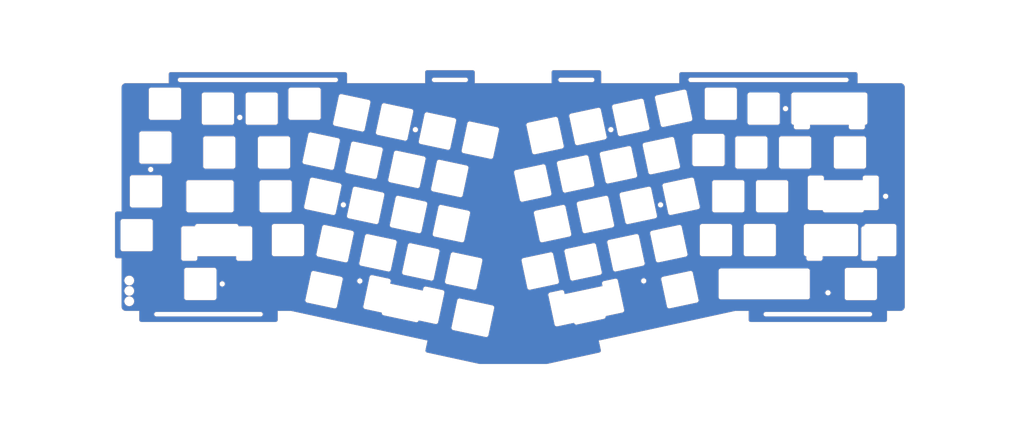
<source format=kicad_pcb>
(kicad_pcb (version 20171130) (host pcbnew "(5.1.10)-1")
  (layers (0 F.Cu signal) (31 B.Cu signal) (34 B.Paste user) (35 F.Paste user) (36 B.SilkS user) (37 F.SilkS user) (38 B.Mask user) (39 F.Mask user) (44 Edge.Cuts user))
  (net 0 "")
  (module CustomLogo:N-Alice (layer F.Cu) (at 368.808 315.1886)
    (fp_text reference G*** hide)
    (fp_text value LOGO hide)
  )
  (gr_line (start 573.656881 327.854218) (end 514.384144 340.742665) (layer Edge.Cuts) (width 0))
  (gr_line (start 579.539512 327.854218) (end 573.656881 327.854218) (layer Edge.Cuts) (width 0))
  (gr_arc (start 435.111159 331.763618) (end 434.903247 332.741765) (angle -90) (layer Edge.Cuts) (width 0))
  (gr_arc (start 421.032535 328.771114) (end 420.054387 328.563202) (angle -90) (layer Edge.Cuts) (width 0))
  (gr_line (start 420.054549 328.562442) (end 420.054387 328.563202) (layer Edge.Cuts) (width 0))
  (gr_line (start 434.903247 332.741765) (end 420.824623 329.749262) (layer Edge.Cuts) (width 0))
  (gr_line (start 436.091016 331.963485) (end 436.089306 331.971529) (layer Edge.Cuts) (width 0))
  (gr_line (start 491.757127 350.919477) (end 514.593261 345.953716) (layer Edge.Cuts) (width 0))
  (gr_line (start 491.757127 350.919477) (end 462.561269 350.919477) (layer Edge.Cuts) (width 0))
  (gr_line (start 462.561269 350.919477) (end 439.724963 345.953716) (layer Edge.Cuts) (width 0))
  (gr_line (start 380.661515 327.854218) (end 439.93408 340.742665) (layer Edge.Cuts) (width 0))
  (gr_line (start 374.778884 327.854218) (end 380.661515 327.854218) (layer Edge.Cuts) (width 0))
  (gr_line (start 386.275252 291.049165) (end 386.275252 303.04915) (layer Edge.Cuts) (width 0))
  (gr_curve (pts (xy 385.250268 304.074167) (xy 385.816053 304.074167) (xy 386.275252 303.614967) (xy 386.275252 303.04915)) (layer Edge.Cuts) (width 0))
  (gr_line (start 385.250268 304.074167) (end 373.25025 304.074167) (layer Edge.Cuts) (width 0))
  (gr_curve (pts (xy 372.225266 303.04915) (xy 372.225266 303.614967) (xy 372.684469 304.074167) (xy 373.25025 304.074167)) (layer Edge.Cuts) (width 0))
  (gr_line (start 372.225266 303.04915) (end 372.225266 291.049165) (layer Edge.Cuts) (width 0))
  (gr_curve (pts (xy 373.25025 290.024146) (xy 372.684468 290.024146) (xy 372.225266 290.48338) (xy 372.225266 291.049165)) (layer Edge.Cuts) (width 0))
  (gr_line (start 373.25025 290.024146) (end 385.250268 290.024146) (layer Edge.Cuts) (width 0))
  (gr_curve (pts (xy 386.275252 291.049165) (xy 386.275252 290.483381) (xy 385.816054 290.024146) (xy 385.250268 290.024146)) (layer Edge.Cuts) (width 0))
  (gr_line (start 380.925271 271.999167) (end 380.925271 283.99915) (layer Edge.Cuts) (width 0))
  (gr_curve (pts (xy 379.900252 285.024168) (xy 380.466071 285.024168) (xy 380.925271 284.564968) (xy 380.925271 283.99915)) (layer Edge.Cuts) (width 0))
  (gr_line (start 379.900252 285.024168) (end 367.90027 285.024168) (layer Edge.Cuts) (width 0))
  (gr_curve (pts (xy 366.87525 283.99915) (xy 366.87525 284.564969) (xy 367.334485 285.024168) (xy 367.90027 285.024168)) (layer Edge.Cuts) (width 0))
  (gr_line (start 366.87525 283.99915) (end 366.87525 271.999167) (layer Edge.Cuts) (width 0))
  (gr_curve (pts (xy 367.90027 270.974147) (xy 367.334484 270.974147) (xy 366.87525 271.433381) (xy 366.87525 271.999167)) (layer Edge.Cuts) (width 0))
  (gr_line (start 367.90027 270.974147) (end 379.900252 270.974147) (layer Edge.Cuts) (width 0))
  (gr_curve (pts (xy 380.925271 271.999167) (xy 380.925271 271.433382) (xy 380.466073 270.974147) (xy 379.900252 270.974147)) (layer Edge.Cuts) (width 0))
  (gr_line (start 366.175269 264.94915) (end 366.175269 252.949202) (layer Edge.Cuts) (width 0))
  (gr_curve (pts (xy 367.200253 251.924183) (xy 366.634467 251.924183) (xy 366.175269 252.383417) (xy 366.175269 252.949202)) (layer Edge.Cuts) (width 0))
  (gr_line (start 367.200253 251.924183) (end 379.200271 251.924183) (layer Edge.Cuts) (width 0))
  (gr_curve (pts (xy 380.225255 252.949202) (xy 380.225255 252.383417) (xy 379.766056 251.924183) (xy 379.200271 251.924183)) (layer Edge.Cuts) (width 0))
  (gr_line (start 380.225255 252.949202) (end 380.225255 264.94915) (layer Edge.Cuts) (width 0))
  (gr_curve (pts (xy 379.200271 265.974169) (xy 379.766055 265.974169) (xy 380.225255 265.514969) (xy 380.225255 264.94915)) (layer Edge.Cuts) (width 0))
  (gr_line (start 379.200271 265.974169) (end 367.200253 265.974169) (layer Edge.Cuts) (width 0))
  (gr_curve (pts (xy 366.175269 264.94915) (xy 366.175269 265.514969) (xy 366.634468 265.974169) (xy 367.200253 265.974169)) (layer Edge.Cuts) (width 0))
  (gr_line (start 342.365274 264.94915) (end 342.365274 252.949202) (layer Edge.Cuts) (width 0))
  (gr_curve (pts (xy 343.39026 251.924183) (xy 342.824472 251.924183) (xy 342.365274 252.383417) (xy 342.365274 252.949202)) (layer Edge.Cuts) (width 0))
  (gr_line (start 343.39026 251.924183) (end 355.390276 251.924183) (layer Edge.Cuts) (width 0))
  (gr_curve (pts (xy 356.41526 252.949202) (xy 356.41526 252.383417) (xy 355.956062 251.924183) (xy 355.390276 251.924183)) (layer Edge.Cuts) (width 0))
  (gr_line (start 356.41526 252.949202) (end 356.41526 264.94915) (layer Edge.Cuts) (width 0))
  (gr_curve (pts (xy 355.390276 265.974169) (xy 355.956061 265.974169) (xy 356.41526 265.514969) (xy 356.41526 264.94915)) (layer Edge.Cuts) (width 0))
  (gr_line (start 355.390276 265.974169) (end 343.39026 265.974169) (layer Edge.Cuts) (width 0))
  (gr_curve (pts (xy 342.365274 264.94915) (xy 342.365274 265.514969) (xy 342.824473 265.974169) (xy 343.39026 265.974169)) (layer Edge.Cuts) (width 0))
  (gr_line (start 355.638867 271.999167) (end 355.638867 283.99915) (layer Edge.Cuts) (width 0))
  (gr_curve (pts (xy 354.613847 285.024168) (xy 355.179632 285.024168) (xy 355.638867 284.564969) (xy 355.638867 283.99915)) (layer Edge.Cuts) (width 0))
  (gr_line (start 354.613847 285.024168) (end 336.071495 285.024168) (layer Edge.Cuts) (width 0))
  (gr_curve (pts (xy 335.046476 283.99915) (xy 335.046476 284.564968) (xy 335.505676 285.024168) (xy 336.071495 285.024168)) (layer Edge.Cuts) (width 0))
  (gr_line (start 335.046476 283.99915) (end 335.046476 271.999167) (layer Edge.Cuts) (width 0))
  (gr_curve (pts (xy 336.071495 270.974147) (xy 335.505675 270.974147) (xy 335.046476 271.433382) (xy 335.046476 271.999167)) (layer Edge.Cuts) (width 0))
  (gr_line (start 336.071495 270.974147) (end 354.613847 270.974147) (layer Edge.Cuts) (width 0))
  (gr_curve (pts (xy 355.638867 271.999167) (xy 355.638867 271.433381) (xy 355.179633 270.974147) (xy 354.613847 270.974147)) (layer Edge.Cuts) (width 0))
  (gr_line (start 362.738262 306.074198) (end 357.738262 306.074198) (layer Edge.Cuts) (width 0))
  (gr_curve (pts (xy 357.738262 306.074198) (xy 357.172467 306.074198) (xy 356.713262 305.614993) (xy 356.713262 305.049198)) (layer Edge.Cuts) (width 0))
  (gr_line (start 356.713262 305.049198) (end 356.713262 304.074197) (layer Edge.Cuts) (width 0))
  (gr_line (start 356.713262 304.074197) (end 339.887262 304.074197) (layer Edge.Cuts) (width 0))
  (gr_line (start 339.887262 304.074197) (end 339.887262 305.049198) (layer Edge.Cuts) (width 0))
  (gr_curve (pts (xy 338.862262 306.074198) (xy 339.428058 306.074198) (xy 339.887262 305.614993) (xy 339.887262 305.049198)) (layer Edge.Cuts) (width 0))
  (gr_line (start 338.862262 306.074198) (end 333.862262 306.074198) (layer Edge.Cuts) (width 0))
  (gr_curve (pts (xy 332.837262 305.049198) (xy 332.837262 305.614993) (xy 333.296467 306.074198) (xy 333.862262 306.074198)) (layer Edge.Cuts) (width 0))
  (gr_line (start 332.837262 305.049198) (end 332.837262 292.049198) (layer Edge.Cuts) (width 0))
  (gr_curve (pts (xy 333.862262 291.024198) (xy 333.296467 291.024198) (xy 332.837262 291.483402) (xy 332.837262 292.049198)) (layer Edge.Cuts) (width 0))
  (gr_line (start 333.862262 291.024198) (end 338.837562 291.024198) (layer Edge.Cuts) (width 0))
  (gr_curve (pts (xy 339.862262 290.024197) (xy 339.304823 290.024197) (xy 338.850835 290.469936) (xy 338.837562 291.024198)) (layer Edge.Cuts) (width 0))
  (gr_line (start 339.862262 290.024197) (end 356.738262 290.024197) (layer Edge.Cuts) (width 0))
  (gr_curve (pts (xy 357.762963 291.024198) (xy 357.74969 290.469936) (xy 357.295702 290.024197) (xy 356.738262 290.024197)) (layer Edge.Cuts) (width 0))
  (gr_line (start 357.762963 291.024198) (end 362.738262 291.024198) (layer Edge.Cuts) (width 0))
  (gr_curve (pts (xy 363.763262 292.049198) (xy 363.763262 291.483402) (xy 363.304058 291.024198) (xy 362.738262 291.024198)) (layer Edge.Cuts) (width 0))
  (gr_line (start 363.763262 292.049198) (end 363.763262 305.049198) (layer Edge.Cuts) (width 0))
  (gr_curve (pts (xy 362.738262 306.074198) (xy 363.304058 306.074198) (xy 363.763262 305.614993) (xy 363.763262 305.049198)) (layer Edge.Cuts) (width 0))
  (gr_line (start 348.185272 310.099165) (end 348.185272 322.09915) (layer Edge.Cuts) (width 0))
  (gr_curve (pts (xy 347.160253 323.124167) (xy 347.726072 323.124167) (xy 348.185272 322.664967) (xy 348.185272 322.09915)) (layer Edge.Cuts) (width 0))
  (gr_line (start 347.160253 323.124167) (end 335.16027 323.124167) (layer Edge.Cuts) (width 0))
  (gr_curve (pts (xy 334.135251 322.09915) (xy 334.135251 322.664968) (xy 334.594485 323.124167) (xy 335.16027 323.124167)) (layer Edge.Cuts) (width 0))
  (gr_line (start 334.135251 322.09915) (end 334.135251 310.099165) (layer Edge.Cuts) (width 0))
  (gr_curve (pts (xy 335.16027 309.074146) (xy 334.594484 309.074146) (xy 334.135251 309.533379) (xy 334.135251 310.099165)) (layer Edge.Cuts) (width 0))
  (gr_line (start 335.16027 309.074146) (end 347.160253 309.074146) (layer Edge.Cuts) (width 0))
  (gr_curve (pts (xy 348.185272 310.099165) (xy 348.185272 309.53338) (xy 347.726073 309.074146) (xy 347.160253 309.074146)) (layer Edge.Cuts) (width 0))
  (gr_line (start 320.495287 288.909145) (end 320.495287 300.909163) (layer Edge.Cuts) (width 0))
  (gr_curve (pts (xy 319.470266 301.934147) (xy 320.036051 301.934147) (xy 320.495287 301.474949) (xy 320.495287 300.909163)) (layer Edge.Cuts) (width 0))
  (gr_line (start 319.470266 301.934147) (end 307.470283 301.934147) (layer Edge.Cuts) (width 0))
  (gr_curve (pts (xy 306.445264 300.909163) (xy 306.445264 301.474948) (xy 306.904466 301.934147) (xy 307.470283 301.934147)) (layer Edge.Cuts) (width 0))
  (gr_line (start 306.445264 300.909163) (end 306.445264 288.909145) (layer Edge.Cuts) (width 0))
  (gr_curve (pts (xy 307.470283 287.884161) (xy 306.904466 287.884161) (xy 306.445264 288.34336) (xy 306.445264 288.909145)) (layer Edge.Cuts) (width 0))
  (gr_line (start 307.470283 287.884161) (end 319.470266 287.884161) (layer Edge.Cuts) (width 0))
  (gr_curve (pts (xy 320.495287 288.909145) (xy 320.495287 288.343359) (xy 320.036051 287.884161) (xy 319.470266 287.884161)) (layer Edge.Cuts) (width 0))
  (gr_line (start 324.565285 269.859146) (end 324.565285 281.859163) (layer Edge.Cuts) (width 0))
  (gr_curve (pts (xy 323.540264 282.884147) (xy 324.106049 282.884147) (xy 324.565285 282.424949) (xy 324.565285 281.859163)) (layer Edge.Cuts) (width 0))
  (gr_line (start 323.540264 282.884147) (end 311.540282 282.884147) (layer Edge.Cuts) (width 0))
  (gr_curve (pts (xy 310.515262 281.859163) (xy 310.515262 282.424948) (xy 310.974464 282.884147) (xy 311.540282 282.884147)) (layer Edge.Cuts) (width 0))
  (gr_line (start 310.515262 281.859163) (end 310.515262 269.859146) (layer Edge.Cuts) (width 0))
  (gr_curve (pts (xy 311.540282 268.834162) (xy 310.974464 268.834162) (xy 310.515262 269.293361) (xy 310.515262 269.859146)) (layer Edge.Cuts) (width 0))
  (gr_line (start 311.540282 268.834162) (end 323.540264 268.834162) (layer Edge.Cuts) (width 0))
  (gr_curve (pts (xy 324.565285 269.859146) (xy 324.565285 269.29336) (xy 324.106049 268.834162) (xy 323.540264 268.834162)) (layer Edge.Cuts) (width 0))
  (gr_line (start 314.58526 262.809164) (end 314.58526 250.809181) (layer Edge.Cuts) (width 0))
  (gr_curve (pts (xy 315.610279 249.784197) (xy 315.044461 249.784197) (xy 314.58526 250.243396) (xy 314.58526 250.809181)) (layer Edge.Cuts) (width 0))
  (gr_line (start 315.610279 249.784197) (end 327.610261 249.784197) (layer Edge.Cuts) (width 0))
  (gr_curve (pts (xy 328.635283 250.809181) (xy 328.635283 250.243395) (xy 328.176046 249.784197) (xy 327.610261 249.784197)) (layer Edge.Cuts) (width 0))
  (gr_line (start 328.635283 250.809181) (end 328.635283 262.809164) (layer Edge.Cuts) (width 0))
  (gr_curve (pts (xy 327.610261 263.834148) (xy 328.176046 263.834148) (xy 328.635283 263.37495) (xy 328.635283 262.809164)) (layer Edge.Cuts) (width 0))
  (gr_line (start 327.610261 263.834148) (end 315.610279 263.834148) (layer Edge.Cuts) (width 0))
  (gr_curve (pts (xy 314.58526 262.809164) (xy 314.58526 263.374949) (xy 315.044461 263.834148) (xy 315.610279 263.834148)) (layer Edge.Cuts) (width 0))
  (gr_line (start 403.059237 314.190868) (end 400.564287 325.928633) (layer Edge.Cuts) (width 0))
  (gr_curve (pts (xy 399.348561 326.718108) (xy 399.90199 326.835747) (xy 400.446648 326.482058) (xy 400.564287 325.928633)) (layer Edge.Cuts) (width 0))
  (gr_line (start 399.348561 326.718108) (end 387.610798 324.223193) (layer Edge.Cuts) (width 0))
  (gr_curve (pts (xy 386.821326 323.007468) (xy 386.703684 323.560892) (xy 387.057377 324.105555) (xy 387.610798 324.223193)) (layer Edge.Cuts) (width 0))
  (gr_line (start 386.821326 323.007468) (end 389.316238 311.269705) (layer Edge.Cuts) (width 0))
  (gr_curve (pts (xy 390.531963 310.480194) (xy 389.978541 310.362555) (xy 389.433876 310.71628) (xy 389.316238 311.269705)) (layer Edge.Cuts) (width 0))
  (gr_line (start 390.531963 310.480194) (end 402.269726 312.975146) (layer Edge.Cuts) (width 0))
  (gr_curve (pts (xy 403.059237 314.190868) (xy 403.176839 313.63741) (xy 402.823154 313.092782) (xy 402.269726 312.975146)) (layer Edge.Cuts) (width 0))
  (gr_line (start 468.909229 326.650839) (end 466.414279 338.388638) (layer Edge.Cuts) (width 0))
  (gr_curve (pts (xy 465.198554 339.178113) (xy 465.752012 339.295754) (xy 466.296641 338.942062) (xy 466.414279 338.388638)) (layer Edge.Cuts) (width 0))
  (gr_line (start 465.198554 339.178113) (end 451.13281 336.188357) (layer Edge.Cuts) (width 0))
  (gr_curve (pts (xy 450.343299 334.972633) (xy 450.225697 335.526057) (xy 450.579385 336.070718) (xy 451.13281 336.188357)) (layer Edge.Cuts) (width 0))
  (gr_line (start 450.343299 334.972631) (end 452.838249 323.234868) (layer Edge.Cuts) (width 0))
  (gr_curve (pts (xy 454.053974 322.445357) (xy 453.50055 322.327755) (xy 452.955888 322.681443) (xy 452.838249 323.234868)) (layer Edge.Cuts) (width 0))
  (gr_line (start 454.053975 322.445357) (end 468.119719 325.435149) (layer Edge.Cuts) (width 0))
  (gr_curve (pts (xy 468.909229 326.650839) (xy 469.026873 326.097414) (xy 468.673142 325.552787) (xy 468.119719 325.435149)) (layer Edge.Cuts) (width 0))
  (gr_line (start 435.60233 318.528109) (end 437.799728 318.995181) (layer Edge.Cuts) (width 0))
  (gr_arc (start 437.586618 319.997782) (end 437.871927 319.01329) (angle -4.161741498) (layer Edge.Cuts) (width 0))
  (gr_line (start 437.871927 319.01329) (end 438.076681 318.049996) (layer Edge.Cuts) (width 0))
  (gr_curve (pts (xy 439.292392 317.260504) (xy 438.73896 317.142868) (xy 438.194317 317.496564) (xy 438.076681 318.049996)) (layer Edge.Cuts) (width 0))
  (gr_line (start 439.292392 317.260504) (end 444.18313 318.300062) (layer Edge.Cuts) (width 0))
  (gr_arc (start 443.970021 319.302664) (end 444.299553 318.33208) (angle -6.753368749) (layer Edge.Cuts) (width 0))
  (gr_line (start 444.299553 318.33208) (end 446.469161 318.793244) (layer Edge.Cuts) (width 0))
  (gr_curve (pts (xy 447.258652 320.008955) (xy 447.376288 319.455523) (xy 447.022592 318.91088) (xy 446.469161 318.793244)) (layer Edge.Cuts) (width 0))
  (gr_line (start 447.258652 320.008955) (end 444.5558 332.724874) (layer Edge.Cuts) (width 0))
  (gr_curve (pts (xy 443.34009 333.514365) (xy 443.893521 333.632001) (xy 444.438165 333.278305) (xy 444.5558 332.724874)) (layer Edge.Cuts) (width 0))
  (gr_line (start 443.34009 333.514365) (end 438.449352 332.474807) (layer Edge.Cuts) (width 0))
  (gr_arc (start 438.662461 331.472206) (end 438.332929 332.44279) (angle -6.753368758) (layer Edge.Cuts) (width 0))
  (gr_line (start 438.332929 332.44279) (end 436.163321 331.981625) (layer Edge.Cuts) (width 0))
  (gr_arc (start 436.376431 330.979024) (end 436.091016 331.963485) (angle -4.167913973) (layer Edge.Cuts) (width 0))
  (gr_arc (start 420.198947 327.547665) (end 419.985838 328.550266) (angle -3.901454229) (layer Edge.Cuts) (width 0))
  (gr_line (start 419.985838 328.550266) (end 415.0951 327.510707) (layer Edge.Cuts) (width 0))
  (gr_arc (start 415.308209 326.508106) (end 414.978676 327.47869) (angle -6.753368753) (layer Edge.Cuts) (width 0))
  (gr_line (start 414.978676 327.47869) (end 412.809069 327.017526) (layer Edge.Cuts) (width 0))
  (gr_curve (pts (xy 412.019577 325.801815) (xy 411.901942 326.355247) (xy 412.255637 326.89989) (xy 412.809069 327.017526)) (layer Edge.Cuts) (width 0))
  (gr_line (start 412.019577 325.801815) (end 414.722429 313.085896) (layer Edge.Cuts) (width 0))
  (gr_curve (pts (xy 415.93814 312.296404) (xy 415.384708 312.178769) (xy 414.840065 312.532464) (xy 414.722429 313.085896)) (layer Edge.Cuts) (width 0))
  (gr_line (start 415.93814 312.296404) (end 420.828878 313.335963) (layer Edge.Cuts) (width 0))
  (gr_arc (start 420.615768 314.338564) (end 420.945301 313.36798) (angle -6.753368755) (layer Edge.Cuts) (width 0))
  (gr_line (start 420.945301 313.36798) (end 423.114908 313.829144) (layer Edge.Cuts) (width 0))
  (gr_curve (pts (xy 423.9044 315.044855) (xy 424.022036 314.491423) (xy 423.66834 313.94678) (xy 423.114908 313.829144)) (layer Edge.Cuts) (width 0))
  (gr_line (start 423.9044 315.044855) (end 423.702156 315.996338) (layer Edge.Cuts) (width 0))
  (gr_arc (start 423.557406 317.011066) (end 423.770515 316.008465) (angle -3.88155969) (layer Edge.Cuts) (width 0))
  (gr_line (start 423.770515 316.008465) (end 435.508287 318.503405) (layer Edge.Cuts) (width 0))
  (gr_arc (start 435.295177 319.506006) (end 435.60233 318.528109) (angle -5.437251318) (layer Edge.Cuts) (width 0))
  (gr_line (start 643.804012 291.049197) (end 643.804012 303.049197) (layer Edge.Cuts) (width 0))
  (gr_curve (pts (xy 642.779012 304.074197) (xy 643.344808 304.074197) (xy 643.804012 303.614993) (xy 643.804012 303.049197)) (layer Edge.Cuts) (width 0))
  (gr_line (start 642.779012 304.074197) (end 635.573262 304.074197) (layer Edge.Cuts) (width 0))
  (gr_line (start 635.573262 304.074197) (end 635.573262 305.049198) (layer Edge.Cuts) (width 0))
  (gr_curve (pts (xy 634.548262 306.074198) (xy 635.114058 306.074198) (xy 635.573262 305.614993) (xy 635.573262 305.049198)) (layer Edge.Cuts) (width 0))
  (gr_line (start 634.548262 306.074198) (end 629.548262 306.074198) (layer Edge.Cuts) (width 0))
  (gr_curve (pts (xy 628.523262 305.049198) (xy 628.523262 305.614993) (xy 628.982467 306.074198) (xy 629.548262 306.074198)) (layer Edge.Cuts) (width 0))
  (gr_line (start 628.523262 305.049198) (end 628.523262 292.049198) (layer Edge.Cuts) (width 0))
  (gr_curve (pts (xy 629.548262 291.024198) (xy 628.982467 291.024198) (xy 628.523262 291.483402) (xy 628.523262 292.049198)) (layer Edge.Cuts) (width 0))
  (gr_line (start 629.548262 291.024198) (end 629.754312 291.024198) (layer Edge.Cuts) (width 0))
  (gr_curve (pts (xy 630.779012 290.024197) (xy 630.221573 290.024197) (xy 629.767585 290.469936) (xy 629.754312 291.024198)) (layer Edge.Cuts) (width 0))
  (gr_line (start 630.779012 290.024197) (end 642.779012 290.024197) (layer Edge.Cuts) (width 0))
  (gr_curve (pts (xy 643.804012 291.049197) (xy 643.804012 290.483402) (xy 643.344808 290.024197) (xy 642.779012 290.024197)) (layer Edge.Cuts) (width 0))
  (gr_line (start 627.135262 291.049197) (end 627.135262 303.049197) (layer Edge.Cuts) (width 0))
  (gr_curve (pts (xy 626.110262 304.074197) (xy 626.676058 304.074197) (xy 627.135262 303.614993) (xy 627.135262 303.049197)) (layer Edge.Cuts) (width 0))
  (gr_line (start 626.110262 304.074197) (end 611.697262 304.074197) (layer Edge.Cuts) (width 0))
  (gr_line (start 611.697262 304.074197) (end 611.697262 305.049198) (layer Edge.Cuts) (width 0))
  (gr_curve (pts (xy 610.672262 306.074198) (xy 611.238058 306.074198) (xy 611.697262 305.614993) (xy 611.697262 305.049198)) (layer Edge.Cuts) (width 0))
  (gr_line (start 610.672262 306.074198) (end 605.672262 306.074198) (layer Edge.Cuts) (width 0))
  (gr_curve (pts (xy 604.647262 305.049198) (xy 604.647262 305.614993) (xy 605.106467 306.074198) (xy 605.672262 306.074198)) (layer Edge.Cuts) (width 0))
  (gr_line (start 604.647262 305.049198) (end 604.647262 304.074197) (layer Edge.Cuts) (width 0))
  (gr_line (start 604.647262 304.074197) (end 604.585262 304.074197) (layer Edge.Cuts) (width 0))
  (gr_curve (pts (xy 603.560262 303.049197) (xy 603.560262 303.614993) (xy 604.019467 304.074197) (xy 604.585262 304.074197)) (layer Edge.Cuts) (width 0))
  (gr_line (start 603.560262 303.049197) (end 603.560262 291.049197) (layer Edge.Cuts) (width 0))
  (gr_curve (pts (xy 604.585262 290.024197) (xy 604.019467 290.024197) (xy 603.560262 290.483402) (xy 603.560262 291.049197)) (layer Edge.Cuts) (width 0))
  (gr_line (start 604.585262 290.024197) (end 626.110262 290.024197) (layer Edge.Cuts) (width 0))
  (gr_curve (pts (xy 627.135262 291.049197) (xy 627.135262 290.483402) (xy 626.676058 290.024197) (xy 626.110262 290.024197)) (layer Edge.Cuts) (width 0))
  (gr_line (start 630.138262 268.974197) (end 635.138262 268.974197) (layer Edge.Cuts) (width 0))
  (gr_curve (pts (xy 636.163262 269.999197) (xy 636.163262 269.433401) (xy 635.704058 268.974197) (xy 635.138262 268.974197)) (layer Edge.Cuts) (width 0))
  (gr_line (start 636.163262 269.999197) (end 636.163262 282.999197) (layer Edge.Cuts) (width 0))
  (gr_curve (pts (xy 635.138262 284.024197) (xy 635.704058 284.024197) (xy 636.163262 283.564993) (xy 636.163262 282.999197)) (layer Edge.Cuts) (width 0))
  (gr_line (start 635.138262 284.024197) (end 629.662963 284.024197) (layer Edge.Cuts) (width 0))
  (gr_curve (pts (xy 628.638262 285.024197) (xy 629.195702 285.024197) (xy 629.64969 284.578459) (xy 629.662963 284.024197)) (layer Edge.Cuts) (width 0))
  (gr_line (start 628.638262 285.024197) (end 612.762262 285.024197) (layer Edge.Cuts) (width 0))
  (gr_curve (pts (xy 611.737562 284.024197) (xy 611.750835 284.578459) (xy 612.204823 285.024197) (xy 612.762262 285.024197)) (layer Edge.Cuts) (width 0))
  (gr_line (start 611.737562 284.024197) (end 606.262262 284.024197) (layer Edge.Cuts) (width 0))
  (gr_curve (pts (xy 605.237262 282.999197) (xy 605.237262 283.564993) (xy 605.696467 284.024197) (xy 606.262262 284.024197)) (layer Edge.Cuts) (width 0))
  (gr_line (start 605.237262 282.999197) (end 605.237262 269.999197) (layer Edge.Cuts) (width 0))
  (gr_curve (pts (xy 606.262262 268.974197) (xy 605.696467 268.974197) (xy 605.237262 269.433401) (xy 605.237262 269.999197)) (layer Edge.Cuts) (width 0))
  (gr_line (start 606.262262 268.974197) (end 611.262262 268.974197) (layer Edge.Cuts) (width 0))
  (gr_curve (pts (xy 612.287262 269.999197) (xy 612.287262 269.433401) (xy 611.828058 268.974197) (xy 611.262262 268.974197)) (layer Edge.Cuts) (width 0))
  (gr_line (start 612.287262 269.999197) (end 612.287262 270.974197) (layer Edge.Cuts) (width 0))
  (gr_line (start 612.287262 270.974197) (end 629.113262 270.974197) (layer Edge.Cuts) (width 0))
  (gr_line (start 629.113262 270.974197) (end 629.113262 269.999197) (layer Edge.Cuts) (width 0))
  (gr_curve (pts (xy 630.138262 268.974197) (xy 629.572467 268.974197) (xy 629.113262 269.433401) (xy 629.113262 269.999197)) (layer Edge.Cuts) (width 0))
  (gr_line (start 591.415278 291.049165) (end 591.415278 303.04915) (layer Edge.Cuts) (width 0))
  (gr_curve (pts (xy 590.390259 304.074167) (xy 590.956052 304.074167) (xy 591.415278 303.614968) (xy 591.415278 303.04915)) (layer Edge.Cuts) (width 0))
  (gr_line (start 590.390259 304.074167) (end 578.390276 304.074167) (layer Edge.Cuts) (width 0))
  (gr_curve (pts (xy 577.365257 303.04915) (xy 577.365257 303.614967) (xy 577.824457 304.074167) (xy 578.390276 304.074167)) (layer Edge.Cuts) (width 0))
  (gr_line (start 577.365257 303.04915) (end 577.365257 291.049165) (layer Edge.Cuts) (width 0))
  (gr_curve (pts (xy 578.390276 290.024146) (xy 577.824456 290.024146) (xy 577.365257 290.483381) (xy 577.365257 291.049165)) (layer Edge.Cuts) (width 0))
  (gr_line (start 578.390276 290.024146) (end 590.390259 290.024146) (layer Edge.Cuts) (width 0))
  (gr_curve (pts (xy 591.415278 291.049165) (xy 591.415278 290.48338) (xy 590.956053 290.024146) (xy 590.390259 290.024146)) (layer Edge.Cuts) (width 0))
  (gr_line (start 572.365278 291.049165) (end 572.365278 303.04915) (layer Edge.Cuts) (width 0))
  (gr_curve (pts (xy 571.340259 304.074167) (xy 571.906052 304.074167) (xy 572.365278 303.614968) (xy 572.365278 303.04915)) (layer Edge.Cuts) (width 0))
  (gr_line (start 571.340259 304.074167) (end 559.340276 304.074167) (layer Edge.Cuts) (width 0))
  (gr_curve (pts (xy 558.315257 303.04915) (xy 558.315257 303.614967) (xy 558.774457 304.074167) (xy 559.340276 304.074167)) (layer Edge.Cuts) (width 0))
  (gr_line (start 558.315257 303.04915) (end 558.315257 291.049165) (layer Edge.Cuts) (width 0))
  (gr_curve (pts (xy 559.340276 290.024146) (xy 558.774456 290.024146) (xy 558.315257 290.483381) (xy 558.315257 291.049165)) (layer Edge.Cuts) (width 0))
  (gr_line (start 559.340276 290.024146) (end 571.340259 290.024146) (layer Edge.Cuts) (width 0))
  (gr_curve (pts (xy 572.365278 291.049165) (xy 572.365278 290.48338) (xy 571.906053 290.024146) (xy 571.340259 290.024146)) (layer Edge.Cuts) (width 0))
  (gr_line (start 583.750275 270.974147) (end 595.750258 270.974147) (layer Edge.Cuts) (width 0))
  (gr_curve (pts (xy 596.775277 271.999167) (xy 596.775277 271.433381) (xy 596.316044 270.974147) (xy 595.750258 270.974147)) (layer Edge.Cuts) (width 0))
  (gr_line (start 596.775277 271.999167) (end 596.775277 283.99915) (layer Edge.Cuts) (width 0))
  (gr_curve (pts (xy 595.750258 285.024168) (xy 596.316043 285.024168) (xy 596.775277 284.564969) (xy 596.775277 283.99915)) (layer Edge.Cuts) (width 0))
  (gr_line (start 595.750258 285.024168) (end 583.750275 285.024168) (layer Edge.Cuts) (width 0))
  (gr_curve (pts (xy 582.725256 283.99915) (xy 582.725256 284.564968) (xy 583.184456 285.024168) (xy 583.750275 285.024168)) (layer Edge.Cuts) (width 0))
  (gr_line (start 582.725256 283.99915) (end 582.725256 271.999167) (layer Edge.Cuts) (width 0))
  (gr_curve (pts (xy 583.750275 270.974147) (xy 583.184455 270.974147) (xy 582.725256 271.433382) (xy 582.725256 271.999167)) (layer Edge.Cuts) (width 0))
  (gr_line (start 563.675257 283.99915) (end 563.675257 271.999167) (layer Edge.Cuts) (width 0))
  (gr_curve (pts (xy 564.700276 270.974147) (xy 564.134456 270.974147) (xy 563.675257 271.433382) (xy 563.675257 271.999167)) (layer Edge.Cuts) (width 0))
  (gr_line (start 564.700276 270.974147) (end 576.700259 270.974147) (layer Edge.Cuts) (width 0))
  (gr_curve (pts (xy 577.725278 271.999167) (xy 577.725278 271.433381) (xy 577.266044 270.974147) (xy 576.700259 270.974147)) (layer Edge.Cuts) (width 0))
  (gr_line (start 577.725278 271.999167) (end 577.725278 283.99915) (layer Edge.Cuts) (width 0))
  (gr_curve (pts (xy 576.700259 285.024168) (xy 577.266043 285.024168) (xy 577.725278 284.564969) (xy 577.725278 283.99915)) (layer Edge.Cuts) (width 0))
  (gr_line (start 576.700259 285.024168) (end 564.700276 285.024168) (layer Edge.Cuts) (width 0))
  (gr_curve (pts (xy 563.675257 283.99915) (xy 563.675257 284.564968) (xy 564.134457 285.024168) (xy 564.700276 285.024168)) (layer Edge.Cuts) (width 0))
  (gr_line (start 606.785262 252.949197) (end 606.785262 264.949197) (layer Edge.Cuts) (width 0))
  (gr_curve (pts (xy 605.760262 265.974197) (xy 606.326058 265.974197) (xy 606.785262 265.514993) (xy 606.785262 264.949197)) (layer Edge.Cuts) (width 0))
  (gr_line (start 605.760262 265.974197) (end 593.760262 265.974197) (layer Edge.Cuts) (width 0))
  (gr_curve (pts (xy 592.735262 264.949197) (xy 592.735262 265.514993) (xy 593.194467 265.974197) (xy 593.760262 265.974197)) (layer Edge.Cuts) (width 0))
  (gr_line (start 592.735262 264.949197) (end 592.735262 252.949197) (layer Edge.Cuts) (width 0))
  (gr_curve (pts (xy 593.760262 251.924197) (xy 593.194467 251.924197) (xy 592.735262 252.383402) (xy 592.735262 252.949197)) (layer Edge.Cuts) (width 0))
  (gr_line (start 593.760262 251.924197) (end 605.760262 251.924197) (layer Edge.Cuts) (width 0))
  (gr_curve (pts (xy 606.785262 252.949197) (xy 606.785262 252.383402) (xy 606.326058 251.924197) (xy 605.760262 251.924197)) (layer Edge.Cuts) (width 0))
  (gr_line (start 587.735276 252.949202) (end 587.735276 264.94915) (layer Edge.Cuts) (width 0))
  (gr_curve (pts (xy 586.710266 265.974169) (xy 587.276042 265.974169) (xy 587.735276 265.51497) (xy 587.735276 264.94915)) (layer Edge.Cuts) (width 0))
  (gr_line (start 586.710266 265.974169) (end 574.710275 265.974169) (layer Edge.Cuts) (width 0))
  (gr_curve (pts (xy 573.685255 264.94915) (xy 573.685255 265.514969) (xy 574.144455 265.974169) (xy 574.710275 265.974169)) (layer Edge.Cuts) (width 0))
  (gr_line (start 573.685255 264.94915) (end 573.685255 252.949202) (layer Edge.Cuts) (width 0))
  (gr_curve (pts (xy 574.710275 251.924183) (xy 574.144454 251.924183) (xy 573.685255 252.383417) (xy 573.685255 252.949202)) (layer Edge.Cuts) (width 0))
  (gr_line (start 574.710275 251.924183) (end 586.710266 251.924183) (layer Edge.Cuts) (width 0))
  (gr_curve (pts (xy 587.735276 252.949202) (xy 587.735276 252.383416) (xy 587.276043 251.924183) (xy 586.710266 251.924183)) (layer Edge.Cuts) (width 0))
  (gr_line (start 630.605262 252.949197) (end 630.605262 264.949197) (layer Edge.Cuts) (width 0))
  (gr_curve (pts (xy 629.580262 265.974197) (xy 630.146058 265.974197) (xy 630.605262 265.514993) (xy 630.605262 264.949197)) (layer Edge.Cuts) (width 0))
  (gr_line (start 629.580262 265.974197) (end 617.580262 265.974197) (layer Edge.Cuts) (width 0))
  (gr_curve (pts (xy 616.555262 264.949197) (xy 616.555262 265.514993) (xy 617.014467 265.974197) (xy 617.580262 265.974197)) (layer Edge.Cuts) (width 0))
  (gr_line (start 616.555262 264.949197) (end 616.555262 252.949197) (layer Edge.Cuts) (width 0))
  (gr_curve (pts (xy 617.580262 251.924197) (xy 617.014467 251.924197) (xy 616.555262 252.383402) (xy 616.555262 252.949197)) (layer Edge.Cuts) (width 0))
  (gr_line (start 617.580262 251.924197) (end 629.580262 251.924197) (layer Edge.Cuts) (width 0))
  (gr_curve (pts (xy 630.605262 252.949197) (xy 630.605262 252.383402) (xy 630.146058 251.924197) (xy 629.580262 251.924197)) (layer Edge.Cuts) (width 0))
  (gr_line (start 631.195262 233.899197) (end 631.195262 245.899197) (layer Edge.Cuts) (width 0))
  (gr_curve (pts (xy 630.170262 246.924197) (xy 630.736058 246.924197) (xy 631.195262 246.464993) (xy 631.195262 245.899197)) (layer Edge.Cuts) (width 0))
  (gr_line (start 630.170262 246.924197) (end 630.108262 246.924197) (layer Edge.Cuts) (width 0))
  (gr_line (start 630.108262 246.924197) (end 630.108262 247.899198) (layer Edge.Cuts) (width 0))
  (gr_curve (pts (xy 629.083262 248.924198) (xy 629.649058 248.924198) (xy 630.108262 248.464993) (xy 630.108262 247.899198)) (layer Edge.Cuts) (width 0))
  (gr_line (start 629.083262 248.924198) (end 624.083262 248.924198) (layer Edge.Cuts) (width 0))
  (gr_curve (pts (xy 623.058262 247.899198) (xy 623.058262 248.464993) (xy 623.517467 248.924198) (xy 624.083262 248.924198)) (layer Edge.Cuts) (width 0))
  (gr_line (start 623.058262 247.899198) (end 623.058262 246.924197) (layer Edge.Cuts) (width 0))
  (gr_line (start 623.058262 246.924197) (end 606.232262 246.924197) (layer Edge.Cuts) (width 0))
  (gr_line (start 606.232262 246.924197) (end 606.232262 247.899198) (layer Edge.Cuts) (width 0))
  (gr_curve (pts (xy 605.207262 248.924198) (xy 605.773058 248.924198) (xy 606.232262 248.464993) (xy 606.232262 247.899198)) (layer Edge.Cuts) (width 0))
  (gr_line (start 605.207262 248.924198) (end 600.207262 248.924198) (layer Edge.Cuts) (width 0))
  (gr_curve (pts (xy 599.182262 247.899198) (xy 599.182262 248.464993) (xy 599.641467 248.924198) (xy 600.207262 248.924198)) (layer Edge.Cuts) (width 0))
  (gr_line (start 599.182262 247.899198) (end 599.182262 246.924197) (layer Edge.Cuts) (width 0))
  (gr_line (start 599.182262 246.924197) (end 599.120262 246.924197) (layer Edge.Cuts) (width 0))
  (gr_curve (pts (xy 598.095262 245.899197) (xy 598.095262 246.464993) (xy 598.554467 246.924197) (xy 599.120262 246.924197)) (layer Edge.Cuts) (width 0))
  (gr_line (start 598.095262 245.899197) (end 598.095262 233.899197) (layer Edge.Cuts) (width 0))
  (gr_curve (pts (xy 599.120262 232.874197) (xy 598.554467 232.874197) (xy 598.095262 233.333402) (xy 598.095262 233.899197)) (layer Edge.Cuts) (width 0))
  (gr_line (start 599.120262 232.874197) (end 630.170262 232.874197) (layer Edge.Cuts) (width 0))
  (gr_curve (pts (xy 631.195262 233.899197) (xy 631.195262 233.333402) (xy 630.736058 232.874197) (xy 630.170262 232.874197)) (layer Edge.Cuts) (width 0))
  (gr_line (start 593.095276 233.899202) (end 593.095276 245.899185) (layer Edge.Cuts) (width 0))
  (gr_curve (pts (xy 592.070257 246.924204) (xy 592.636042 246.924204) (xy 593.095276 246.465005) (xy 593.095276 245.899185)) (layer Edge.Cuts) (width 0))
  (gr_line (start 592.070257 246.924204) (end 580.070283 246.924204) (layer Edge.Cuts) (width 0))
  (gr_curve (pts (xy 579.045255 245.899185) (xy 579.045255 246.465004) (xy 579.504455 246.924204) (xy 580.070283 246.924204)) (layer Edge.Cuts) (width 0))
  (gr_line (start 579.045255 245.899185) (end 579.045255 233.899202) (layer Edge.Cuts) (width 0))
  (gr_curve (pts (xy 580.070283 232.874183) (xy 579.504454 232.874183) (xy 579.045255 233.333417) (xy 579.045255 233.899202)) (layer Edge.Cuts) (width 0))
  (gr_line (start 580.070283 232.874183) (end 592.070257 232.874183) (layer Edge.Cuts) (width 0))
  (gr_curve (pts (xy 593.095276 233.899202) (xy 593.095276 233.333416) (xy 592.636043 232.874183) (xy 592.070257 232.874183)) (layer Edge.Cuts) (width 0))
  (gr_line (start 569.105259 251.88921) (end 569.105259 263.889158) (layer Edge.Cuts) (width 0))
  (gr_curve (pts (xy 568.080275 264.914177) (xy 568.646061 264.914177) (xy 569.105259 264.454943) (xy 569.105259 263.889158)) (layer Edge.Cuts) (width 0))
  (gr_line (start 568.080275 264.914177) (end 556.080257 264.914177) (layer Edge.Cuts) (width 0))
  (gr_curve (pts (xy 555.055273 263.889158) (xy 555.055273 264.454943) (xy 555.514471 264.914177) (xy 556.080257 264.914177)) (layer Edge.Cuts) (width 0))
  (gr_line (start 555.055273 263.889158) (end 555.055273 251.88921) (layer Edge.Cuts) (width 0))
  (gr_curve (pts (xy 556.080257 250.864191) (xy 555.514472 250.864191) (xy 555.055273 251.323391) (xy 555.055273 251.88921)) (layer Edge.Cuts) (width 0))
  (gr_line (start 556.080257 250.864191) (end 568.080275 250.864191) (layer Edge.Cuts) (width 0))
  (gr_curve (pts (xy 569.105259 251.88921) (xy 569.105259 251.323391) (xy 568.64606 250.864191) (xy 568.080275 250.864191)) (layer Edge.Cuts) (width 0))
  (gr_line (start 560.415273 243.7592) (end 560.415273 231.759181) (layer Edge.Cuts) (width 0))
  (gr_curve (pts (xy 561.440257 230.734197) (xy 560.87448 230.734197) (xy 560.415273 231.193396) (xy 560.415273 231.759181)) (layer Edge.Cuts) (width 0))
  (gr_line (start 561.440257 230.734197) (end 573.440275 230.734197) (layer Edge.Cuts) (width 0))
  (gr_curve (pts (xy 574.465258 231.759181) (xy 574.465258 231.193397) (xy 574.006059 230.734197) (xy 573.440275 230.734197)) (layer Edge.Cuts) (width 0))
  (gr_line (start 574.465258 231.759181) (end 574.465258 243.7592) (layer Edge.Cuts) (width 0))
  (gr_curve (pts (xy 573.440275 244.784184) (xy 574.00606 244.784184) (xy 574.465258 244.32495) (xy 574.465258 243.7592)) (layer Edge.Cuts) (width 0))
  (gr_line (start 573.440275 244.784184) (end 561.440257 244.784184) (layer Edge.Cuts) (width 0))
  (gr_curve (pts (xy 560.415273 243.7592) (xy 560.415273 244.32495) (xy 560.874479 244.784184) (xy 561.440257 244.784184)) (layer Edge.Cuts) (width 0))
  (gr_line (start 635.360885 310.147178) (end 635.360885 322.147161) (layer Edge.Cuts) (width 0))
  (gr_curve (pts (xy 634.335866 323.172144) (xy 634.90165 323.172144) (xy 635.360885 322.712946) (xy 635.360885 322.147161)) (layer Edge.Cuts) (width 0))
  (gr_line (start 634.335866 323.172144) (end 622.335883 323.172144) (layer Edge.Cuts) (width 0))
  (gr_curve (pts (xy 621.310863 322.147161) (xy 621.310863 322.712945) (xy 621.770063 323.172144) (xy 622.335883 323.172144)) (layer Edge.Cuts) (width 0))
  (gr_line (start 621.310863 322.147161) (end 621.310863 310.147178) (layer Edge.Cuts) (width 0))
  (gr_curve (pts (xy 622.335883 309.122159) (xy 621.770063 309.122159) (xy 621.310863 309.581359) (xy 621.310863 310.147178)) (layer Edge.Cuts) (width 0))
  (gr_line (start 622.335883 309.122159) (end 634.335866 309.122159) (layer Edge.Cuts) (width 0))
  (gr_curve (pts (xy 635.360885 310.147178) (xy 635.360885 309.581358) (xy 634.90165 309.122159) (xy 634.335866 309.122159)) (layer Edge.Cuts) (width 0))
  (gr_curve (pts (xy 605.140647 309.391893) (xy 605.706433 309.391893) (xy 606.165631 309.851127) (xy 606.165631 310.416913)) (layer Edge.Cuts) (width 0))
  (gr_line (start 567.490078 309.391893) (end 605.140647 309.391893) (layer Edge.Cuts) (width 0))
  (gr_curve (pts (xy 566.465102 310.416913) (xy 566.465102 309.851127) (xy 566.924292 309.391893) (xy 567.490078 309.391893)) (layer Edge.Cuts) (width 0))
  (gr_line (start 566.465102 321.805037) (end 566.465102 310.416913) (layer Edge.Cuts) (width 0))
  (gr_curve (pts (xy 567.490078 322.830058) (xy 566.924293 322.830058) (xy 566.465102 322.370856) (xy 566.465102 321.805037)) (layer Edge.Cuts) (width 0))
  (gr_line (start 605.140647 322.830058) (end 567.490078 322.830058) (layer Edge.Cuts) (width 0))
  (gr_curve (pts (xy 606.165631 321.805037) (xy 606.165631 322.370856) (xy 605.706432 322.830058) (xy 605.140647 322.830058)) (layer Edge.Cuts) (width 0))
  (gr_line (start 606.165631 310.416913) (end 606.165631 321.805037) (layer Edge.Cuts) (width 0))
  (gr_line (start 555.274272 311.269705) (end 557.769222 323.007468) (layer Edge.Cuts) (width 0))
  (gr_curve (pts (xy 556.979711 324.223193) (xy 557.533171 324.105555) (xy 557.88686 323.560892) (xy 557.769222 323.007468)) (layer Edge.Cuts) (width 0))
  (gr_line (start 556.979711 324.223193) (end 545.241948 326.718108) (layer Edge.Cuts) (width 0))
  (gr_curve (pts (xy 544.026258 325.928633) (xy 544.143896 326.482057) (xy 544.688531 326.835747) (xy 545.241948 326.718108)) (layer Edge.Cuts) (width 0))
  (gr_line (start 544.026258 325.928633) (end 541.531315 314.19087) (layer Edge.Cuts) (width 0))
  (gr_curve (pts (xy 542.320783 312.975146) (xy 541.767366 313.092782) (xy 541.413669 313.637411) (xy 541.531315 314.19087)) (layer Edge.Cuts) (width 0))
  (gr_line (start 542.320783 312.975146) (end 554.058581 310.480194) (layer Edge.Cuts) (width 0))
  (gr_curve (pts (xy 555.274272 311.269705) (xy 555.156634 310.716281) (xy 554.612007 310.362555) (xy 554.058581 310.480194)) (layer Edge.Cuts) (width 0))
  (gr_line (start 552.169717 304.233192) (end 540.431955 306.728106) (layer Edge.Cuts) (width 0))
  (gr_curve (pts (xy 552.169717 304.233192) (xy 552.723176 304.115553) (xy 553.076866 303.57089) (xy 552.959227 303.017466)) (layer Edge.Cuts) (width 0))
  (gr_line (start 550.464284 291.279703) (end 552.959227 303.017466) (layer Edge.Cuts) (width 0))
  (gr_curve (pts (xy 550.464284 291.279702) (xy 550.346639 290.726278) (xy 549.802011 290.372589) (xy 549.248593 290.490227)) (layer Edge.Cuts) (width 0))
  (gr_line (start 537.510789 292.985142) (end 549.248593 290.490227) (layer Edge.Cuts) (width 0))
  (gr_curve (pts (xy 537.510788 292.985142) (xy 536.957363 293.102781) (xy 536.603675 293.647443) (xy 536.721313 294.200868)) (layer Edge.Cuts) (width 0))
  (gr_line (start 539.216263 305.938631) (end 536.721313 294.200868) (layer Edge.Cuts) (width 0))
  (gr_curve (pts (xy 539.216263 305.938631) (xy 539.333908 306.492055) (xy 539.87853 306.845781) (xy 540.431955 306.728106)) (layer Edge.Cuts) (width 0))
  (gr_line (start 533.535991 308.193907) (end 521.79823 310.688822) (layer Edge.Cuts) (width 0))
  (gr_curve (pts (xy 533.535991 308.193907) (xy 534.089451 308.076269) (xy 534.44314 307.531606) (xy 534.325502 306.978181)) (layer Edge.Cuts) (width 0))
  (gr_line (start 531.830558 295.240418) (end 534.325502 306.978181) (layer Edge.Cuts) (width 0))
  (gr_curve (pts (xy 531.830558 295.240417) (xy 531.712913 294.686994) (xy 531.168286 294.333304) (xy 530.614867 294.450942)) (layer Edge.Cuts) (width 0))
  (gr_line (start 518.877063 296.945857) (end 530.614867 294.450942) (layer Edge.Cuts) (width 0))
  (gr_curve (pts (xy 518.877063 296.945857) (xy 518.323638 297.063496) (xy 517.969949 297.608159) (xy 518.087587 298.161583)) (layer Edge.Cuts) (width 0))
  (gr_line (start 520.582538 309.899347) (end 518.087587 298.161583) (layer Edge.Cuts) (width 0))
  (gr_curve (pts (xy 520.582538 309.899347) (xy 520.700182 310.45277) (xy 521.244804 310.806496) (xy 521.79823 310.688822)) (layer Edge.Cuts) (width 0))
  (gr_line (start 514.902269 312.154622) (end 503.164508 314.649537) (layer Edge.Cuts) (width 0))
  (gr_curve (pts (xy 514.902269 312.154622) (xy 515.455729 312.036984) (xy 515.809419 311.492321) (xy 515.69178 310.938897)) (layer Edge.Cuts) (width 0))
  (gr_line (start 513.196836 299.201133) (end 515.69178 310.938897) (layer Edge.Cuts) (width 0))
  (gr_curve (pts (xy 513.196836 299.201133) (xy 513.079191 298.647709) (xy 512.534564 298.294019) (xy 511.981146 298.411658)) (layer Edge.Cuts) (width 0))
  (gr_line (start 500.243341 300.906573) (end 511.981146 298.411658) (layer Edge.Cuts) (width 0))
  (gr_curve (pts (xy 500.243341 300.906573) (xy 499.689916 301.024211) (xy 499.336227 301.568874) (xy 499.453866 302.122299)) (layer Edge.Cuts) (width 0))
  (gr_line (start 501.948816 313.860062) (end 499.453866 302.122299) (layer Edge.Cuts) (width 0))
  (gr_curve (pts (xy 501.948816 313.860062) (xy 502.06646 314.413486) (xy 502.611082 314.767212) (xy 503.164508 314.649537)) (layer Edge.Cuts) (width 0))
  (gr_line (start 496.268544 316.115338) (end 484.530782 318.610252) (layer Edge.Cuts) (width 0))
  (gr_curve (pts (xy 496.268544 316.115338) (xy 496.822003 315.997699) (xy 497.175693 315.453036) (xy 497.058054 314.899612)) (layer Edge.Cuts) (width 0))
  (gr_line (start 494.563111 303.161849) (end 497.058054 314.899612) (layer Edge.Cuts) (width 0))
  (gr_curve (pts (xy 494.563111 303.161848) (xy 494.445466 302.608424) (xy 493.900838 302.254735) (xy 493.34742 302.372373)) (layer Edge.Cuts) (width 0))
  (gr_line (start 481.609616 304.867288) (end 493.34742 302.372373) (layer Edge.Cuts) (width 0))
  (gr_curve (pts (xy 481.609615 304.867288) (xy 481.05619 304.984927) (xy 480.702502 305.529589) (xy 480.82014 306.083014)) (layer Edge.Cuts) (width 0))
  (gr_line (start 483.31509 317.820777) (end 480.82014 306.083014) (layer Edge.Cuts) (width 0))
  (gr_curve (pts (xy 483.31509 317.820777) (xy 483.432735 318.374201) (xy 483.977357 318.727927) (xy 484.530782 318.610252)) (layer Edge.Cuts) (width 0))
  (gr_line (start 557.529716 283.623182) (end 545.791955 286.118097) (layer Edge.Cuts) (width 0))
  (gr_curve (pts (xy 557.529716 283.623182) (xy 558.083176 283.505544) (xy 558.436865 282.960881) (xy 558.319227 282.407457)) (layer Edge.Cuts) (width 0))
  (gr_line (start 555.824283 270.669693) (end 558.319227 282.407457) (layer Edge.Cuts) (width 0))
  (gr_curve (pts (xy 555.824283 270.669693) (xy 555.706638 270.116269) (xy 555.162011 269.762579) (xy 554.608593 269.880218)) (layer Edge.Cuts) (width 0))
  (gr_line (start 542.870788 272.375133) (end 554.608593 269.880218) (layer Edge.Cuts) (width 0))
  (gr_curve (pts (xy 542.870788 272.375133) (xy 542.317363 272.492771) (xy 541.963674 273.037434) (xy 542.081313 273.590859)) (layer Edge.Cuts) (width 0))
  (gr_line (start 544.576263 285.328622) (end 542.081313 273.590859) (layer Edge.Cuts) (width 0))
  (gr_curve (pts (xy 544.576263 285.328622) (xy 544.693907 285.882046) (xy 545.238529 286.235772) (xy 545.791955 286.118097)) (layer Edge.Cuts) (width 0))
  (gr_line (start 538.895991 287.583898) (end 527.158229 290.078812) (layer Edge.Cuts) (width 0))
  (gr_curve (pts (xy 538.895991 287.583898) (xy 539.44945 287.466259) (xy 539.80314 286.921596) (xy 539.685501 286.368172)) (layer Edge.Cuts) (width 0))
  (gr_line (start 537.190558 274.630409) (end 539.685501 286.368172) (layer Edge.Cuts) (width 0))
  (gr_curve (pts (xy 537.190557 274.630408) (xy 537.072913 274.076984) (xy 536.528285 273.723295) (xy 535.974867 273.840933)) (layer Edge.Cuts) (width 0))
  (gr_line (start 524.237063 276.335848) (end 535.974867 273.840933) (layer Edge.Cuts) (width 0))
  (gr_curve (pts (xy 524.237062 276.335848) (xy 523.683637 276.453487) (xy 523.329949 276.998149) (xy 523.447587 277.551574)) (layer Edge.Cuts) (width 0))
  (gr_line (start 525.942537 289.289337) (end 523.447587 277.551574) (layer Edge.Cuts) (width 0))
  (gr_curve (pts (xy 525.942537 289.289337) (xy 526.060182 289.842761) (xy 526.604804 290.196487) (xy 527.158229 290.078812)) (layer Edge.Cuts) (width 0))
  (gr_line (start 520.262269 291.544613) (end 508.524508 294.039528) (layer Edge.Cuts) (width 0))
  (gr_curve (pts (xy 520.262269 291.544613) (xy 520.815728 291.426975) (xy 521.169418 290.882312) (xy 521.05178 290.328887)) (layer Edge.Cuts) (width 0))
  (gr_line (start 518.556836 278.591124) (end 521.05178 290.328887) (layer Edge.Cuts) (width 0))
  (gr_curve (pts (xy 518.556836 278.591124) (xy 518.439191 278.0377) (xy 517.894563 277.68401) (xy 517.341145 277.801649)) (layer Edge.Cuts) (width 0))
  (gr_line (start 505.603341 280.296563) (end 517.341145 277.801649) (layer Edge.Cuts) (width 0))
  (gr_curve (pts (xy 505.603341 280.296564) (xy 505.049916 280.414202) (xy 504.696227 280.958865) (xy 504.813865 281.512289)) (layer Edge.Cuts) (width 0))
  (gr_line (start 507.308816 293.250053) (end 504.813865 281.512289) (layer Edge.Cuts) (width 0))
  (gr_curve (pts (xy 507.308816 293.250053) (xy 507.42646 293.803476) (xy 507.971082 294.157203) (xy 508.524508 294.039528)) (layer Edge.Cuts) (width 0))
  (gr_line (start 501.628543 295.505328) (end 489.890782 298.000243) (layer Edge.Cuts) (width 0))
  (gr_curve (pts (xy 501.628543 295.505328) (xy 502.182003 295.38769) (xy 502.535692 294.843027) (xy 502.418054 294.289602)) (layer Edge.Cuts) (width 0))
  (gr_line (start 499.92311 282.551839) (end 502.418054 294.289602) (layer Edge.Cuts) (width 0))
  (gr_curve (pts (xy 499.92311 282.551839) (xy 499.805465 281.998415) (xy 499.260838 281.644725) (xy 498.70742 281.762364)) (layer Edge.Cuts) (width 0))
  (gr_line (start 486.969615 284.257279) (end 498.70742 281.762364) (layer Edge.Cuts) (width 0))
  (gr_curve (pts (xy 486.969615 284.257279) (xy 486.41619 284.374917) (xy 486.062501 284.91958) (xy 486.18014 285.473005)) (layer Edge.Cuts) (width 0))
  (gr_line (start 488.67509 297.210768) (end 486.18014 285.473005) (layer Edge.Cuts) (width 0))
  (gr_curve (pts (xy 488.67509 297.210768) (xy 488.792734 297.764192) (xy 489.337356 298.117918) (xy 489.890782 298.000243)) (layer Edge.Cuts) (width 0))
  (gr_line (start 548.909715 265.973199) (end 537.171954 268.468114) (layer Edge.Cuts) (width 0))
  (gr_curve (pts (xy 548.909715 265.973199) (xy 549.463174 265.855561) (xy 549.816864 265.310898) (xy 549.699226 264.757473)) (layer Edge.Cuts) (width 0))
  (gr_line (start 547.204282 253.01971) (end 549.699226 264.757473) (layer Edge.Cuts) (width 0))
  (gr_curve (pts (xy 547.204282 253.01971) (xy 547.086637 252.466286) (xy 546.542009 252.112596) (xy 545.988591 252.230235)) (layer Edge.Cuts) (width 0))
  (gr_line (start 534.250787 254.72515) (end 545.988591 252.230235) (layer Edge.Cuts) (width 0))
  (gr_curve (pts (xy 534.250787 254.72515) (xy 533.697362 254.842788) (xy 533.343673 255.387451) (xy 533.461311 255.940875)) (layer Edge.Cuts) (width 0))
  (gr_line (start 535.956262 267.678639) (end 533.461311 255.940875) (layer Edge.Cuts) (width 0))
  (gr_curve (pts (xy 535.956262 267.678639) (xy 536.073906 268.232062) (xy 536.618528 268.585789) (xy 537.171954 268.468114)) (layer Edge.Cuts) (width 0))
  (gr_line (start 530.275989 269.933914) (end 518.538228 272.428829) (layer Edge.Cuts) (width 0))
  (gr_curve (pts (xy 530.275989 269.933914) (xy 530.829449 269.816276) (xy 531.183139 269.271613) (xy 531.0655 268.718189)) (layer Edge.Cuts) (width 0))
  (gr_line (start 528.570556 256.980425) (end 531.0655 268.718189) (layer Edge.Cuts) (width 0))
  (gr_curve (pts (xy 528.570556 256.980425) (xy 528.452911 256.427001) (xy 527.908284 256.073311) (xy 527.354866 256.19095)) (layer Edge.Cuts) (width 0))
  (gr_line (start 515.617061 258.685865) (end 527.354866 256.19095) (layer Edge.Cuts) (width 0))
  (gr_curve (pts (xy 515.617061 258.685865) (xy 515.063636 258.803503) (xy 514.709947 259.348166) (xy 514.827586 259.901591)) (layer Edge.Cuts) (width 0))
  (gr_line (start 517.322536 271.639354) (end 514.827586 259.901591) (layer Edge.Cuts) (width 0))
  (gr_curve (pts (xy 517.322536 271.639354) (xy 517.44018 272.192778) (xy 517.984802 272.546504) (xy 518.538228 272.428829)) (layer Edge.Cuts) (width 0))
  (gr_line (start 511.642268 273.89463) (end 499.904506 276.389545) (layer Edge.Cuts) (width 0))
  (gr_curve (pts (xy 511.642268 273.89463) (xy 512.195727 273.776992) (xy 512.549417 273.232329) (xy 512.431778 272.678904)) (layer Edge.Cuts) (width 0))
  (gr_line (start 509.936835 260.941141) (end 512.431778 272.678904) (layer Edge.Cuts) (width 0))
  (gr_curve (pts (xy 509.936834 260.94114) (xy 509.81919 260.387717) (xy 509.274562 260.034027) (xy 508.721144 260.151665)) (layer Edge.Cuts) (width 0))
  (gr_line (start 496.98334 262.64658) (end 508.721144 260.151665) (layer Edge.Cuts) (width 0))
  (gr_curve (pts (xy 496.983339 262.64658) (xy 496.429914 262.764219) (xy 496.076226 263.308882) (xy 496.193864 263.862306)) (layer Edge.Cuts) (width 0))
  (gr_line (start 498.688814 275.60007) (end 496.193864 263.862306) (layer Edge.Cuts) (width 0))
  (gr_curve (pts (xy 498.688814 275.60007) (xy 498.806459 276.153493) (xy 499.35108 276.507219) (xy 499.904506 276.389545)) (layer Edge.Cuts) (width 0))
  (gr_line (start 493.008542 277.855345) (end 481.270781 280.35026) (layer Edge.Cuts) (width 0))
  (gr_curve (pts (xy 493.008542 277.855345) (xy 493.562001 277.737707) (xy 493.915691 277.193044) (xy 493.798053 276.639619)) (layer Edge.Cuts) (width 0))
  (gr_line (start 491.303109 264.901856) (end 493.798053 276.639619) (layer Edge.Cuts) (width 0))
  (gr_curve (pts (xy 491.303109 264.901856) (xy 491.185464 264.348432) (xy 490.640837 263.994742) (xy 490.087418 264.112381)) (layer Edge.Cuts) (width 0))
  (gr_line (start 478.349614 266.607296) (end 490.087418 264.112381) (layer Edge.Cuts) (width 0))
  (gr_curve (pts (xy 478.349614 266.607296) (xy 477.796189 266.724934) (xy 477.4425 267.269597) (xy 477.560138 267.823021)) (layer Edge.Cuts) (width 0))
  (gr_line (start 480.055089 279.560785) (end 477.560138 267.823021) (layer Edge.Cuts) (width 0))
  (gr_curve (pts (xy 480.055089 279.560785) (xy 480.172733 280.114208) (xy 480.717355 280.467935) (xy 481.270781 280.35026)) (layer Edge.Cuts) (width 0))
  (gr_line (start 535.636025 249.32394) (end 523.898264 251.818855) (layer Edge.Cuts) (width 0))
  (gr_curve (pts (xy 535.636025 249.32394) (xy 536.189485 249.206302) (xy 536.543174 248.661639) (xy 536.425536 248.108215)) (layer Edge.Cuts) (width 0))
  (gr_line (start 533.930592 236.370451) (end 536.425536 248.108215) (layer Edge.Cuts) (width 0))
  (gr_curve (pts (xy 533.930592 236.370451) (xy 533.812947 235.817027) (xy 533.26832 235.463337) (xy 532.714901 235.580976)) (layer Edge.Cuts) (width 0))
  (gr_line (start 520.977097 238.075891) (end 532.714901 235.580976) (layer Edge.Cuts) (width 0))
  (gr_curve (pts (xy 520.977097 238.075891) (xy 520.423672 238.193529) (xy 520.069983 238.738192) (xy 520.187621 239.291617)) (layer Edge.Cuts) (width 0))
  (gr_line (start 522.682572 251.02938) (end 520.187621 239.291617) (layer Edge.Cuts) (width 0))
  (gr_curve (pts (xy 522.682572 251.02938) (xy 522.800216 251.582804) (xy 523.344838 251.93653) (xy 523.898264 251.818855)) (layer Edge.Cuts) (width 0))
  (gr_line (start 554.269751 245.363225) (end 542.531989 247.85814) (layer Edge.Cuts) (width 0))
  (gr_curve (pts (xy 554.269751 245.363225) (xy 554.82321 245.245587) (xy 555.1769 244.700924) (xy 555.059261 244.147499)) (layer Edge.Cuts) (width 0))
  (gr_line (start 552.564318 232.409736) (end 555.059261 244.147499) (layer Edge.Cuts) (width 0))
  (gr_curve (pts (xy 552.564318 232.409736) (xy 552.446673 231.856312) (xy 551.902045 231.502622) (xy 551.348627 231.620261)) (layer Edge.Cuts) (width 0))
  (gr_line (start 539.610823 234.115176) (end 551.348627 231.620261) (layer Edge.Cuts) (width 0))
  (gr_curve (pts (xy 539.610822 234.115176) (xy 539.057397 234.232814) (xy 538.703709 234.777477) (xy 538.821347 235.330901)) (layer Edge.Cuts) (width 0))
  (gr_line (start 541.316297 247.068665) (end 538.821347 235.330901) (layer Edge.Cuts) (width 0))
  (gr_curve (pts (xy 541.316297 247.068665) (xy 541.433942 247.622088) (xy 541.978564 247.975815) (xy 542.531989 247.85814)) (layer Edge.Cuts) (width 0))
  (gr_line (start 517.002303 253.284656) (end 505.264542 255.77957) (layer Edge.Cuts) (width 0))
  (gr_curve (pts (xy 517.002303 253.284656) (xy 517.555763 253.167018) (xy 517.909453 252.622355) (xy 517.791814 252.06893)) (layer Edge.Cuts) (width 0))
  (gr_line (start 515.29687 240.331167) (end 517.791814 252.06893) (layer Edge.Cuts) (width 0))
  (gr_curve (pts (xy 515.29687 240.331166) (xy 515.179225 239.777743) (xy 514.634598 239.424053) (xy 514.08118 239.541691)) (layer Edge.Cuts) (width 0))
  (gr_line (start 502.343375 242.036606) (end 514.08118 239.541691) (layer Edge.Cuts) (width 0))
  (gr_curve (pts (xy 502.343375 242.036606) (xy 501.78995 242.154245) (xy 501.436261 242.698908) (xy 501.5539 243.252332)) (layer Edge.Cuts) (width 0))
  (gr_line (start 504.04885 254.990096) (end 501.5539 243.252332) (layer Edge.Cuts) (width 0))
  (gr_curve (pts (xy 504.04885 254.990096) (xy 504.166494 255.543519) (xy 504.711116 255.897245) (xy 505.264542 255.77957)) (layer Edge.Cuts) (width 0))
  (gr_line (start 485.415124 258.950811) (end 482.920174 247.213047) (layer Edge.Cuts) (width 0))
  (gr_curve (pts (xy 483.709649 245.997322) (xy 483.156225 246.11496) (xy 482.802536 246.659623) (xy 482.920174 247.213047)) (layer Edge.Cuts) (width 0))
  (gr_line (start 483.70965 245.997321) (end 495.447454 243.502407) (layer Edge.Cuts) (width 0))
  (gr_curve (pts (xy 496.663145 244.291882) (xy 496.5455 243.738458) (xy 496.000872 243.384768) (xy 495.447454 243.502407)) (layer Edge.Cuts) (width 0))
  (gr_line (start 496.663145 244.291882) (end 499.158089 256.029645) (layer Edge.Cuts) (width 0))
  (gr_curve (pts (xy 498.368578 257.245371) (xy 498.922037 257.127733) (xy 499.275727 256.58307) (xy 499.158089 256.029645)) (layer Edge.Cuts) (width 0))
  (gr_line (start 498.368578 257.245371) (end 486.630816 259.740286) (layer Edge.Cuts) (width 0))
  (gr_curve (pts (xy 485.415124 258.950811) (xy 485.532769 259.504234) (xy 486.077391 259.857961) (xy 486.630816 259.740286)) (layer Edge.Cuts) (width 0))
  (gr_line (start 404.15859 306.728146) (end 392.420792 304.233196) (layer Edge.Cuts) (width 0))
  (gr_curve (pts (xy 404.15859 306.728146) (xy 404.712015 306.845785) (xy 405.256642 306.492059) (xy 405.37428 305.938636)) (layer Edge.Cuts) (width 0))
  (gr_line (start 407.869231 294.200854) (end 405.37428 305.938636) (layer Edge.Cuts) (width 0))
  (gr_curve (pts (xy 407.869231 294.200854) (xy 407.986869 293.64743) (xy 407.633179 293.102767) (xy 407.07972 292.985125)) (layer Edge.Cuts) (width 0))
  (gr_line (start 395.341957 290.490231) (end 407.07972 292.985125) (layer Edge.Cuts) (width 0))
  (gr_curve (pts (xy 395.341957 290.490231) (xy 394.788532 290.372593) (xy 394.243905 290.726283) (xy 394.126266 291.279707)) (layer Edge.Cuts) (width 0))
  (gr_line (start 391.631316 303.01747) (end 394.126266 291.279707) (layer Edge.Cuts) (width 0))
  (gr_curve (pts (xy 391.631316 303.01747) (xy 391.513678 303.570929) (xy 391.867368 304.115558) (xy 392.420792 304.233196)) (layer Edge.Cuts) (width 0))
  (gr_line (start 422.792294 310.688865) (end 411.054496 308.193915) (layer Edge.Cuts) (width 0))
  (gr_curve (pts (xy 422.792294 310.688865) (xy 423.345719 310.806504) (xy 423.890346 310.452778) (xy 424.007984 309.899355)) (layer Edge.Cuts) (width 0))
  (gr_line (start 426.502935 298.161573) (end 424.007984 309.899355) (layer Edge.Cuts) (width 0))
  (gr_curve (pts (xy 426.502935 298.161573) (xy 426.620573 297.608149) (xy 426.266883 297.063486) (xy 425.713424 296.945844)) (layer Edge.Cuts) (width 0))
  (gr_line (start 413.975661 294.45095) (end 425.713424 296.945844) (layer Edge.Cuts) (width 0))
  (gr_curve (pts (xy 413.975661 294.45095) (xy 413.422236 294.333312) (xy 412.877609 294.687002) (xy 412.759971 295.240426)) (layer Edge.Cuts) (width 0))
  (gr_line (start 410.26502 306.978189) (end 412.759971 295.240426) (layer Edge.Cuts) (width 0))
  (gr_curve (pts (xy 410.26502 306.978189) (xy 410.147382 307.531648) (xy 410.501072 308.076277) (xy 411.054496 308.193915)) (layer Edge.Cuts) (width 0))
  (gr_line (start 460.059712 318.610301) (end 448.321914 316.11535) (layer Edge.Cuts) (width 0))
  (gr_curve (pts (xy 460.059712 318.610301) (xy 460.613138 318.727939) (xy 461.157764 318.374214) (xy 461.275403 317.82079)) (layer Edge.Cuts) (width 0))
  (gr_line (start 463.770353 306.083009) (end 461.275403 317.82079) (layer Edge.Cuts) (width 0))
  (gr_curve (pts (xy 463.770353 306.083009) (xy 463.887991 305.529584) (xy 463.534302 304.984921) (xy 462.980842 304.86728)) (layer Edge.Cuts) (width 0))
  (gr_line (start 451.243079 302.372386) (end 462.980842 304.86728) (layer Edge.Cuts) (width 0))
  (gr_curve (pts (xy 451.243079 302.372386) (xy 450.689655 302.254748) (xy 450.145027 302.608437) (xy 450.027389 303.161861)) (layer Edge.Cuts) (width 0))
  (gr_line (start 447.532438 314.899625) (end 450.027389 303.161861) (layer Edge.Cuts) (width 0))
  (gr_curve (pts (xy 447.532438 314.899625) (xy 447.4148 315.453084) (xy 447.76849 315.997712) (xy 448.321914 316.11535)) (layer Edge.Cuts) (width 0))
  (gr_line (start 441.426008 314.649582) (end 429.68821 312.154631) (layer Edge.Cuts) (width 0))
  (gr_curve (pts (xy 441.426008 314.649582) (xy 441.979434 314.76722) (xy 442.52406 314.413495) (xy 442.641699 313.860071)) (layer Edge.Cuts) (width 0))
  (gr_line (start 445.136649 302.12229) (end 442.641699 313.860071) (layer Edge.Cuts) (width 0))
  (gr_curve (pts (xy 445.136649 302.12229) (xy 445.254287 301.568865) (xy 444.900597 301.024202) (xy 444.347138 300.906561)) (layer Edge.Cuts) (width 0))
  (gr_line (start 432.609375 298.411667) (end 444.347138 300.906561) (layer Edge.Cuts) (width 0))
  (gr_curve (pts (xy 432.609375 298.411667) (xy 432.055951 298.294029) (xy 431.511323 298.647718) (xy 431.393685 299.201142)) (layer Edge.Cuts) (width 0))
  (gr_line (start 428.898734 310.938906) (end 431.393685 299.201142) (layer Edge.Cuts) (width 0))
  (gr_curve (pts (xy 428.898734 310.938906) (xy 428.781096 311.492365) (xy 429.134786 312.036993) (xy 429.68821 312.154631)) (layer Edge.Cuts) (width 0))
  (gr_line (start 398.808582 286.118146) (end 387.070784 283.623196) (layer Edge.Cuts) (width 0))
  (gr_curve (pts (xy 398.808582 286.118146) (xy 399.362007 286.235784) (xy 399.906634 285.882059) (xy 400.024272 285.328635)) (layer Edge.Cuts) (width 0))
  (gr_line (start 402.519223 273.590854) (end 400.024272 285.328635) (layer Edge.Cuts) (width 0))
  (gr_curve (pts (xy 402.519223 273.590854) (xy 402.636861 273.037429) (xy 402.283171 272.492767) (xy 401.729712 272.375125)) (layer Edge.Cuts) (width 0))
  (gr_line (start 389.991949 269.880231) (end 401.729712 272.375125) (layer Edge.Cuts) (width 0))
  (gr_curve (pts (xy 389.991949 269.880231) (xy 389.438524 269.762593) (xy 388.893897 270.116282) (xy 388.776258 270.669706)) (layer Edge.Cuts) (width 0))
  (gr_line (start 386.281308 282.40747) (end 388.776258 270.669706) (layer Edge.Cuts) (width 0))
  (gr_curve (pts (xy 386.281308 282.40747) (xy 386.16367 282.960929) (xy 386.51736 283.505557) (xy 387.070784 283.623196)) (layer Edge.Cuts) (width 0))
  (gr_line (start 417.442286 290.078865) (end 405.704488 287.583915) (layer Edge.Cuts) (width 0))
  (gr_curve (pts (xy 417.442286 290.078865) (xy 417.995711 290.196503) (xy 418.540338 289.842778) (xy 418.657976 289.289354)) (layer Edge.Cuts) (width 0))
  (gr_line (start 421.152927 277.551573) (end 418.657976 289.289354) (layer Edge.Cuts) (width 0))
  (gr_curve (pts (xy 421.152927 277.551573) (xy 421.270565 276.998149) (xy 420.916875 276.453486) (xy 420.363416 276.335844)) (layer Edge.Cuts) (width 0))
  (gr_line (start 408.625653 273.84095) (end 420.363416 276.335844) (layer Edge.Cuts) (width 0))
  (gr_curve (pts (xy 408.625653 273.84095) (xy 408.072228 273.723312) (xy 407.527601 274.077002) (xy 407.409962 274.630425)) (layer Edge.Cuts) (width 0))
  (gr_line (start 404.915012 286.368189) (end 407.409962 274.630425) (layer Edge.Cuts) (width 0))
  (gr_curve (pts (xy 404.915012 286.368189) (xy 404.797374 286.921648) (xy 405.151064 287.466276) (xy 405.704488 287.583915)) (layer Edge.Cuts) (width 0))
  (gr_line (start 454.709704 298.0003) (end 442.971906 295.50535) (layer Edge.Cuts) (width 0))
  (gr_curve (pts (xy 454.709704 298.0003) (xy 455.26313 298.117939) (xy 455.807756 297.764213) (xy 455.925395 297.21079)) (layer Edge.Cuts) (width 0))
  (gr_line (start 458.420345 285.473008) (end 455.925395 297.21079) (layer Edge.Cuts) (width 0))
  (gr_curve (pts (xy 458.420345 285.473008) (xy 458.537983 284.919584) (xy 458.184294 284.374921) (xy 457.630834 284.257279)) (layer Edge.Cuts) (width 0))
  (gr_line (start 445.893071 281.762385) (end 457.630834 284.257279) (layer Edge.Cuts) (width 0))
  (gr_curve (pts (xy 445.893071 281.762385) (xy 445.339647 281.644747) (xy 444.795019 281.998437) (xy 444.677381 282.551861)) (layer Edge.Cuts) (width 0))
  (gr_line (start 442.18243 294.289624) (end 444.677381 282.551861) (layer Edge.Cuts) (width 0))
  (gr_curve (pts (xy 442.18243 294.289624) (xy 442.064792 294.843083) (xy 442.418482 295.387712) (xy 442.971906 295.50535)) (layer Edge.Cuts) (width 0))
  (gr_line (start 436.076 294.039581) (end 424.338202 291.544631) (layer Edge.Cuts) (width 0))
  (gr_curve (pts (xy 436.076 294.039581) (xy 436.629426 294.15722) (xy 437.174052 293.803494) (xy 437.291691 293.250071)) (layer Edge.Cuts) (width 0))
  (gr_line (start 439.786641 281.512289) (end 437.291691 293.250071) (layer Edge.Cuts) (width 0))
  (gr_curve (pts (xy 439.786641 281.512289) (xy 439.904279 280.958865) (xy 439.550589 280.414202) (xy 438.99713 280.29656)) (layer Edge.Cuts) (width 0))
  (gr_line (start 427.259367 277.801666) (end 438.99713 280.29656) (layer Edge.Cuts) (width 0))
  (gr_curve (pts (xy 427.259367 277.801666) (xy 426.705943 277.684028) (xy 426.161315 278.037718) (xy 426.043677 278.591142)) (layer Edge.Cuts) (width 0))
  (gr_line (start 423.548726 290.328905) (end 426.043677 278.591142) (layer Edge.Cuts) (width 0))
  (gr_curve (pts (xy 423.548726 290.328905) (xy 423.431088 290.882364) (xy 423.784778 291.426993) (xy 424.338202 291.544631)) (layer Edge.Cuts) (width 0))
  (gr_line (start 398.108583 266.488153) (end 386.370784 263.993203) (layer Edge.Cuts) (width 0))
  (gr_curve (pts (xy 398.108583 266.488153) (xy 398.662008 266.605792) (xy 399.206635 266.252066) (xy 399.324273 265.698643)) (layer Edge.Cuts) (width 0))
  (gr_line (start 401.819223 253.960861) (end 399.324273 265.698643) (layer Edge.Cuts) (width 0))
  (gr_curve (pts (xy 401.819223 253.960861) (xy 401.936862 253.407437) (xy 401.583172 252.862774) (xy 401.029712 252.745132)) (layer Edge.Cuts) (width 0))
  (gr_line (start 389.291949 250.250238) (end 401.029712 252.745132) (layer Edge.Cuts) (width 0))
  (gr_curve (pts (xy 389.291949 250.250238) (xy 388.738525 250.1326) (xy 388.193897 250.48629) (xy 388.076259 251.039714)) (layer Edge.Cuts) (width 0))
  (gr_line (start 385.581309 262.777477) (end 388.076259 251.039714) (layer Edge.Cuts) (width 0))
  (gr_curve (pts (xy 385.581309 262.777477) (xy 385.463671 263.330936) (xy 385.81736 263.875565) (xy 386.370784 263.993203)) (layer Edge.Cuts) (width 0))
  (gr_line (start 416.742287 270.448872) (end 405.004488 267.953922) (layer Edge.Cuts) (width 0))
  (gr_curve (pts (xy 416.742287 270.448872) (xy 417.295712 270.566511) (xy 417.840339 270.212785) (xy 417.957977 269.659362)) (layer Edge.Cuts) (width 0))
  (gr_line (start 420.452927 257.92158) (end 417.957977 269.659362) (layer Edge.Cuts) (width 0))
  (gr_curve (pts (xy 420.452927 257.92158) (xy 420.570566 257.368156) (xy 420.216876 256.823493) (xy 419.663416 256.705851)) (layer Edge.Cuts) (width 0))
  (gr_line (start 407.925653 254.210957) (end 419.663416 256.705851) (layer Edge.Cuts) (width 0))
  (gr_curve (pts (xy 407.925653 254.210957) (xy 407.372229 254.093319) (xy 406.827601 254.447009) (xy 406.709963 255.000433)) (layer Edge.Cuts) (width 0))
  (gr_line (start 404.215013 266.738196) (end 406.709963 255.000433) (layer Edge.Cuts) (width 0))
  (gr_curve (pts (xy 404.215013 266.738197) (xy 404.097375 267.291655) (xy 404.451064 267.836284) (xy 405.004488 267.953922)) (layer Edge.Cuts) (width 0))
  (gr_line (start 454.009705 278.370308) (end 442.271907 275.875357) (layer Edge.Cuts) (width 0))
  (gr_curve (pts (xy 454.009705 278.370308) (xy 454.56313 278.487946) (xy 455.107757 278.134221) (xy 455.225395 277.580797)) (layer Edge.Cuts) (width 0))
  (gr_line (start 457.720346 265.843016) (end 455.225395 277.580797) (layer Edge.Cuts) (width 0))
  (gr_curve (pts (xy 457.720346 265.843016) (xy 457.837984 265.289591) (xy 457.484294 264.744928) (xy 456.930835 264.627287)) (layer Edge.Cuts) (width 0))
  (gr_line (start 445.193072 262.132393) (end 456.930835 264.627287) (layer Edge.Cuts) (width 0))
  (gr_curve (pts (xy 445.193072 262.132393) (xy 444.639647 262.014755) (xy 444.09502 262.368444) (xy 443.977381 262.921868)) (layer Edge.Cuts) (width 0))
  (gr_line (start 441.482431 274.659632) (end 443.977381 262.921868) (layer Edge.Cuts) (width 0))
  (gr_curve (pts (xy 441.482431 274.659632) (xy 441.364793 275.213091) (xy 441.718483 275.757719) (xy 442.271907 275.875357)) (layer Edge.Cuts) (width 0))
  (gr_line (start 435.376001 274.409589) (end 423.638202 271.914638) (layer Edge.Cuts) (width 0))
  (gr_curve (pts (xy 435.376001 274.409589) (xy 435.929426 274.527227) (xy 436.474053 274.173502) (xy 436.591691 273.620078)) (layer Edge.Cuts) (width 0))
  (gr_line (start 439.086641 261.882297) (end 436.591691 273.620078) (layer Edge.Cuts) (width 0))
  (gr_curve (pts (xy 439.086641 261.882297) (xy 439.20428 261.328872) (xy 438.85059 260.784209) (xy 438.297131 260.666568)) (layer Edge.Cuts) (width 0))
  (gr_line (start 426.559367 258.171674) (end 438.297131 260.666568) (layer Edge.Cuts) (width 0))
  (gr_curve (pts (xy 426.559367 258.171674) (xy 426.005943 258.054036) (xy 425.461316 258.407725) (xy 425.343677 258.961149)) (layer Edge.Cuts) (width 0))
  (gr_line (start 422.848727 270.698913) (end 425.343677 258.961149) (layer Edge.Cuts) (width 0))
  (gr_curve (pts (xy 422.848727 270.698913) (xy 422.731089 271.252372) (xy 423.084778 271.797) (xy 423.638202 271.914638)) (layer Edge.Cuts) (width 0))
  (gr_line (start 448.656003 257.759602) (end 436.918204 255.264652) (layer Edge.Cuts) (width 0))
  (gr_curve (pts (xy 448.656003 257.759602) (xy 449.209428 257.87724) (xy 449.754055 257.523515) (xy 449.871693 256.970091)) (layer Edge.Cuts) (width 0))
  (gr_line (start 452.366643 245.23231) (end 449.871693 256.970091) (layer Edge.Cuts) (width 0))
  (gr_curve (pts (xy 452.366643 245.23231) (xy 452.484281 244.678886) (xy 452.130592 244.134223) (xy 451.577132 244.016581)) (layer Edge.Cuts) (width 0))
  (gr_line (start 439.839369 241.521687) (end 451.577132 244.016581) (layer Edge.Cuts) (width 0))
  (gr_curve (pts (xy 439.839369 241.521687) (xy 439.285945 241.404049) (xy 438.741317 241.757739) (xy 438.623679 242.311163)) (layer Edge.Cuts) (width 0))
  (gr_line (start 436.128729 254.048926) (end 438.623679 242.311163) (layer Edge.Cuts) (width 0))
  (gr_curve (pts (xy 436.128729 254.048926) (xy 436.011091 254.602385) (xy 436.36478 255.147013) (xy 436.918204 255.264652)) (layer Edge.Cuts) (width 0))
  (gr_line (start 467.289707 261.720321) (end 455.551908 259.225371) (layer Edge.Cuts) (width 0))
  (gr_curve (pts (xy 467.289707 261.720321) (xy 467.843132 261.83796) (xy 468.387759 261.484234) (xy 468.505397 260.93081)) (layer Edge.Cuts) (width 0))
  (gr_line (start 471.000347 249.193029) (end 468.505397 260.93081) (layer Edge.Cuts) (width 0))
  (gr_curve (pts (xy 471.000347 249.193029) (xy 471.117985 248.639605) (xy 470.764296 248.094942) (xy 470.210836 247.9773)) (layer Edge.Cuts) (width 0))
  (gr_line (start 458.473073 245.482406) (end 470.210836 247.9773) (layer Edge.Cuts) (width 0))
  (gr_curve (pts (xy 458.473073 245.482406) (xy 457.919649 245.364768) (xy 457.375021 245.718458) (xy 457.257383 246.271882)) (layer Edge.Cuts) (width 0))
  (gr_line (start 454.762433 258.009645) (end 457.257383 246.271882) (layer Edge.Cuts) (width 0))
  (gr_curve (pts (xy 454.762433 258.009645) (xy 454.644795 258.563104) (xy 454.998484 259.107732) (xy 455.551908 259.225371)) (layer Edge.Cuts) (width 0))
  (gr_line (start 433.732929 241.271594) (end 431.237979 253.009375) (layer Edge.Cuts) (width 0))
  (gr_curve (pts (xy 433.732929 241.271594) (xy 433.850567 240.718169) (xy 433.496878 240.173506) (xy 432.943418 240.055865)) (layer Edge.Cuts) (width 0))
  (gr_line (start 421.205655 237.560971) (end 432.943418 240.055865) (layer Edge.Cuts) (width 0))
  (gr_curve (pts (xy 421.205655 237.560971) (xy 420.652231 237.443333) (xy 420.107603 237.797022) (xy 419.989965 238.350446)) (layer Edge.Cuts) (width 0))
  (gr_line (start 417.495015 250.08821) (end 419.989965 238.350446) (layer Edge.Cuts) (width 0))
  (gr_curve (pts (xy 417.495014 250.08821) (xy 417.377377 250.641669) (xy 417.731066 251.186297) (xy 418.28449 251.303935)) (layer Edge.Cuts) (width 0))
  (gr_line (start 430.022288 253.798886) (end 418.28449 251.303935) (layer Edge.Cuts) (width 0))
  (gr_curve (pts (xy 430.022288 253.798886) (xy 430.575714 253.916524) (xy 431.12034 253.562799) (xy 431.237979 253.009375)) (layer Edge.Cuts) (width 0))
  (gr_line (start 415.099225 237.310875) (end 412.604275 249.048656) (layer Edge.Cuts) (width 0))
  (gr_curve (pts (xy 411.388584 249.838167) (xy 411.94201 249.955805) (xy 412.486636 249.60208) (xy 412.604275 249.048656)) (layer Edge.Cuts) (width 0))
  (gr_line (start 411.388584 249.838167) (end 399.650786 247.343216) (layer Edge.Cuts) (width 0))
  (gr_curve (pts (xy 398.86131 246.127491) (xy 398.743672 246.68095) (xy 399.097362 247.225578) (xy 399.650786 247.343216)) (layer Edge.Cuts) (width 0))
  (gr_line (start 398.86131 246.127491) (end 401.356261 234.389727) (layer Edge.Cuts) (width 0))
  (gr_curve (pts (xy 402.571951 233.600252) (xy 402.018527 233.482614) (xy 401.473899 233.836303) (xy 401.356261 234.389727)) (layer Edge.Cuts) (width 0))
  (gr_line (start 402.571951 233.600252) (end 414.309714 236.095146) (layer Edge.Cuts) (width 0))
  (gr_curve (pts (xy 415.099225 237.310875) (xy 415.216863 236.75745) (xy 414.863173 236.212787) (xy 414.309714 236.095146)) (layer Edge.Cuts) (width 0))
  (gr_line (start 379.45527 243.7592) (end 379.45527 231.759181) (layer Edge.Cuts) (width 0))
  (gr_curve (pts (xy 380.480258 230.734197) (xy 379.91447 230.734197) (xy 379.45527 231.193397) (xy 379.45527 231.759181)) (layer Edge.Cuts) (width 0))
  (gr_line (start 380.480258 230.734197) (end 392.480272 230.734197) (layer Edge.Cuts) (width 0))
  (gr_curve (pts (xy 393.505256 231.759181) (xy 393.505256 231.193397) (xy 393.046057 230.734197) (xy 392.480272 230.734197)) (layer Edge.Cuts) (width 0))
  (gr_line (start 393.505256 231.759181) (end 393.505256 243.7592) (layer Edge.Cuts) (width 0))
  (gr_curve (pts (xy 392.480272 244.784184) (xy 393.046058 244.784184) (xy 393.505256 244.32495) (xy 393.505256 243.7592)) (layer Edge.Cuts) (width 0))
  (gr_line (start 392.480272 244.784184) (end 380.480258 244.784184) (layer Edge.Cuts) (width 0))
  (gr_curve (pts (xy 379.45527 243.7592) (xy 379.45527 244.32495) (xy 379.914469 244.784184) (xy 380.480258 244.784184)) (layer Edge.Cuts) (width 0))
  (gr_line (start 374.865255 233.899202) (end 374.865255 245.899185) (layer Edge.Cuts) (width 0))
  (gr_curve (pts (xy 373.840274 246.924204) (xy 374.406056 246.924204) (xy 374.865255 246.465004) (xy 374.865255 245.899185)) (layer Edge.Cuts) (width 0))
  (gr_line (start 373.840274 246.924204) (end 361.840253 246.924204) (layer Edge.Cuts) (width 0))
  (gr_curve (pts (xy 360.815269 245.899185) (xy 360.815269 246.465004) (xy 361.274468 246.924204) (xy 361.840253 246.924204)) (layer Edge.Cuts) (width 0))
  (gr_line (start 360.815269 245.899185) (end 360.815269 233.899202) (layer Edge.Cuts) (width 0))
  (gr_curve (pts (xy 361.840253 232.874183) (xy 361.274467 232.874183) (xy 360.815269 233.333417) (xy 360.815269 233.899202)) (layer Edge.Cuts) (width 0))
  (gr_line (start 361.840253 232.874183) (end 373.840274 232.874183) (layer Edge.Cuts) (width 0))
  (gr_curve (pts (xy 374.865255 233.899202) (xy 374.865255 233.333417) (xy 374.406057 232.874183) (xy 373.840274 232.874183)) (layer Edge.Cuts) (width 0))
  (gr_curve (pts (xy 504.831956 333.778154) (xy 504.286699 333.894053) (xy 503.749957 333.552444) (xy 503.621736 333.013054)) (layer Edge.Cuts) (width 0))
  (gr_line (start 516.569728 331.283214) (end 504.831956 333.778154) (layer Edge.Cuts) (width 0))
  (gr_curve (pts (xy 516.569728 331.283214) (xy 517.114985 331.167316) (xy 517.466379 330.636929) (xy 517.364125 330.092019)) (layer Edge.Cuts) (width 0))
  (gr_line (start 524.615425 328.550707) (end 517.364125 330.092019) (layer Edge.Cuts) (width 0))
  (gr_curve (pts (xy 524.615425 328.550707) (xy 525.168857 328.433072) (xy 525.522553 327.888428) (xy 525.404917 327.334997)) (layer Edge.Cuts) (width 0))
  (gr_line (start 522.702065 314.619078) (end 525.404917 327.334997) (layer Edge.Cuts) (width 0))
  (gr_curve (pts (xy 522.702065 314.619078) (xy 522.58443 314.065646) (xy 522.039786 313.71195) (xy 521.486354 313.829586)) (layer Edge.Cuts) (width 0))
  (gr_line (start 516.595616 314.869144) (end 521.486354 313.829586) (layer Edge.Cuts) (width 0))
  (gr_curve (pts (xy 516.595616 314.869144) (xy 516.042185 314.98678) (xy 515.688489 315.531423) (xy 515.806125 316.084855)) (layer Edge.Cuts) (width 0))
  (gr_line (start 516.008839 317.038549) (end 515.806125 316.084855) (layer Edge.Cuts) (width 0))
  (gr_line (start 499.550527 320.536872) (end 516.008839 317.038549) (layer Edge.Cuts) (width 0))
  (gr_line (start 499.347813 319.583177) (end 499.550527 320.536872) (layer Edge.Cuts) (width 0))
  (gr_curve (pts (xy 499.347813 319.583177) (xy 499.230178 319.029746) (xy 498.685534 318.67605) (xy 498.132102 318.793686)) (layer Edge.Cuts) (width 0))
  (gr_line (start 493.241364 319.833244) (end 498.132102 318.793686) (layer Edge.Cuts) (width 0))
  (gr_curve (pts (xy 493.241364 319.833244) (xy 492.687933 319.95088) (xy 492.334237 320.495523) (xy 492.451873 321.048955)) (layer Edge.Cuts) (width 0))
  (gr_line (start 495.154724 333.764874) (end 492.451873 321.048955) (layer Edge.Cuts) (width 0))
  (gr_curve (pts (xy 495.154724 333.764874) (xy 495.27236 334.318305) (xy 495.817004 334.672001) (xy 496.370435 334.554365)) (layer Edge.Cuts) (width 0))
  (gr_line (start 503.621736 333.013054) (end 496.370435 334.554365) (layer Edge.Cuts) (width 0))
  (gr_line (start 355.815255 233.899202) (end 355.815255 245.899185) (layer Edge.Cuts) (width 0))
  (gr_curve (pts (xy 354.790274 246.924204) (xy 355.356056 246.924204) (xy 355.815255 246.465004) (xy 355.815255 245.899185)) (layer Edge.Cuts) (width 0))
  (gr_line (start 354.790274 246.924204) (end 342.790254 246.924204) (layer Edge.Cuts) (width 0))
  (gr_curve (pts (xy 341.76527 245.899185) (xy 341.76527 246.465004) (xy 342.224469 246.924204) (xy 342.790254 246.924204)) (layer Edge.Cuts) (width 0))
  (gr_line (start 341.76527 245.899185) (end 341.76527 233.899202) (layer Edge.Cuts) (width 0))
  (gr_curve (pts (xy 342.790254 232.874183) (xy 342.224468 232.874183) (xy 341.76527 233.333417) (xy 341.76527 233.899202)) (layer Edge.Cuts) (width 0))
  (gr_line (start 342.790254 232.874183) (end 354.790274 232.874183) (layer Edge.Cuts) (width 0))
  (gr_curve (pts (xy 355.815255 233.899202) (xy 355.815255 233.333417) (xy 355.356057 232.874183) (xy 354.790274 232.874183)) (layer Edge.Cuts) (width 0))
  (gr_line (start 318.745252 243.7592) (end 318.745252 231.759181) (layer Edge.Cuts) (width 0))
  (gr_curve (pts (xy 319.770269 230.734197) (xy 319.204485 230.734197) (xy 318.745252 231.193396) (xy 318.745252 231.759181)) (layer Edge.Cuts) (width 0))
  (gr_line (start 319.770269 230.734197) (end 331.770252 230.734197) (layer Edge.Cuts) (width 0))
  (gr_curve (pts (xy 332.795271 231.759181) (xy 332.795271 231.193397) (xy 332.336073 230.734197) (xy 331.770252 230.734197)) (layer Edge.Cuts) (width 0))
  (gr_line (start 332.795271 231.759181) (end 332.795271 243.7592) (layer Edge.Cuts) (width 0))
  (gr_curve (pts (xy 331.770252 244.784184) (xy 332.336074 244.784184) (xy 332.795271 244.32495) (xy 332.795271 243.7592)) (layer Edge.Cuts) (width 0))
  (gr_line (start 331.770252 244.784184) (end 319.770269 244.784184) (layer Edge.Cuts) (width 0))
  (gr_curve (pts (xy 318.745252 243.7592) (xy 318.745252 244.324951) (xy 319.204484 244.784184) (xy 319.770269 244.784184)) (layer Edge.Cuts) (width 0))
  (gr_line (start 332.324081 226.407742) (end 400.034242 226.407742) (layer Edge.Cuts) (width 0))
  (gr_curve (pts (xy 332.324081 226.407742) (xy 331.788289 226.407742) (xy 331.353943 226.842087) (xy 331.353943 227.377881)) (layer Edge.Cuts) (width 0))
  (gr_curve (pts (xy 331.353943 227.377881) (xy 331.353943 227.913674) (xy 331.788289 228.348019) (xy 332.324081 228.348019)) (layer Edge.Cuts) (width 0))
  (gr_line (start 400.034242 228.348019) (end 332.324081 228.348019) (layer Edge.Cuts) (width 0))
  (gr_curve (pts (xy 400.034242 228.348019) (xy 400.570034 228.348019) (xy 401.00438 227.913674) (xy 401.00438 227.377879)) (layer Edge.Cuts) (width 0))
  (gr_curve (pts (xy 401.00438 227.377879) (xy 401.00438 226.842087) (xy 400.570034 226.407742) (xy 400.034242 226.407742)) (layer Edge.Cuts) (width 0))
  (gr_line (start 367.338252 330.246621) (end 322.048534 330.246621) (layer Edge.Cuts) (width 0))
  (gr_curve (pts (xy 367.338252 330.246621) (xy 367.874044 330.246621) (xy 368.30839 329.812276) (xy 368.30839 329.276482)) (layer Edge.Cuts) (width 0))
  (gr_curve (pts (xy 368.30839 329.276482) (xy 368.30839 328.740689) (xy 367.874044 328.306344) (xy 367.338252 328.306344)) (layer Edge.Cuts) (width 0))
  (gr_line (start 322.048534 328.306344) (end 367.338252 328.306344) (layer Edge.Cuts) (width 0))
  (gr_curve (pts (xy 322.048534 328.306344) (xy 321.512742 328.306344) (xy 321.078396 328.740689) (xy 321.078396 329.276484)) (layer Edge.Cuts) (width 0))
  (gr_curve (pts (xy 321.078396 329.276484) (xy 321.078396 329.812276) (xy 321.512742 330.246621) (xy 322.048534 330.246621)) (layer Edge.Cuts) (width 0))
  (gr_line (start 554.326931 226.407742) (end 622.037092 226.407742) (layer Edge.Cuts) (width 0))
  (gr_curve (pts (xy 554.326931 226.407742) (xy 553.791138 226.407742) (xy 553.356793 226.842087) (xy 553.356793 227.377881)) (layer Edge.Cuts) (width 0))
  (gr_curve (pts (xy 553.356793 227.377881) (xy 553.356793 227.913674) (xy 553.791138 228.348019) (xy 554.326931 228.348019)) (layer Edge.Cuts) (width 0))
  (gr_line (start 622.037092 228.348019) (end 554.326931 228.348019) (layer Edge.Cuts) (width 0))
  (gr_curve (pts (xy 622.037092 228.348019) (xy 622.572884 228.348019) (xy 623.00723 227.913674) (xy 623.00723 227.377879)) (layer Edge.Cuts) (width 0))
  (gr_curve (pts (xy 623.00723 227.377879) (xy 623.00723 226.842087) (xy 622.572884 226.407742) (xy 622.037092 226.407742)) (layer Edge.Cuts) (width 0))
  (gr_line (start 497.76854 226.407742) (end 511.52964 226.407742) (layer Edge.Cuts) (width 0))
  (gr_curve (pts (xy 497.76854 226.407742) (xy 497.232748 226.407742) (xy 496.798402 226.842087) (xy 496.798402 227.377881)) (layer Edge.Cuts) (width 0))
  (gr_curve (pts (xy 496.798402 227.377881) (xy 496.798402 227.913674) (xy 497.232748 228.348019) (xy 497.76854 228.348019)) (layer Edge.Cuts) (width 0))
  (gr_line (start 511.52964 228.348019) (end 497.76854 228.348019) (layer Edge.Cuts) (width 0))
  (gr_curve (pts (xy 511.52964 228.348019) (xy 512.065432 228.348019) (xy 512.499778 227.913674) (xy 512.499778 227.377879)) (layer Edge.Cuts) (width 0))
  (gr_curve (pts (xy 512.499778 227.377879) (xy 512.499778 226.842087) (xy 512.065432 226.407742) (xy 511.52964 226.407742)) (layer Edge.Cuts) (width 0))
  (gr_line (start 442.788864 226.407742) (end 456.549964 226.407742) (layer Edge.Cuts) (width 0))
  (gr_curve (pts (xy 442.788864 226.407742) (xy 442.253072 226.407742) (xy 441.818726 226.842087) (xy 441.818726 227.377881)) (layer Edge.Cuts) (width 0))
  (gr_curve (pts (xy 441.818726 227.377881) (xy 441.818726 227.913674) (xy 442.253072 228.348019) (xy 442.788864 228.348019)) (layer Edge.Cuts) (width 0))
  (gr_line (start 456.549964 228.348019) (end 442.788864 228.348019) (layer Edge.Cuts) (width 0))
  (gr_curve (pts (xy 456.549964 228.348019) (xy 457.085756 228.348019) (xy 457.520102 227.913674) (xy 457.520102 227.377879)) (layer Edge.Cuts) (width 0))
  (gr_curve (pts (xy 457.520102 227.377879) (xy 457.520102 226.842087) (xy 457.085756 226.407742) (xy 456.549964 226.407742)) (layer Edge.Cuts) (width 0))
  (gr_line (start 632.269798 330.246621) (end 586.98008 330.246621) (layer Edge.Cuts) (width 0))
  (gr_curve (pts (xy 632.269798 330.246621) (xy 632.80559 330.246621) (xy 633.239936 329.812276) (xy 633.239936 329.276482)) (layer Edge.Cuts) (width 0))
  (gr_curve (pts (xy 633.239936 329.276482) (xy 633.239936 328.740689) (xy 632.80559 328.306344) (xy 632.269798 328.306344)) (layer Edge.Cuts) (width 0))
  (gr_line (start 586.98008 328.306344) (end 632.269798 328.306344) (layer Edge.Cuts) (width 0))
  (gr_curve (pts (xy 586.98008 328.306344) (xy 586.444288 328.306344) (xy 586.009942 328.740689) (xy 586.009942 329.276484)) (layer Edge.Cuts) (width 0))
  (gr_curve (pts (xy 586.009942 329.276484) (xy 586.009942 329.812276) (xy 586.444288 330.246621) (xy 586.98008 330.246621)) (layer Edge.Cuts) (width 0))
  (gr_curve (pts (xy 310.240329 325.764304) (xy 309.065614 325.764304) (xy 308.113326 324.812016) (xy 308.113326 323.637337)) (layer Edge.Cuts) (width 0))
  (gr_curve (pts (xy 312.367332 323.637337) (xy 312.367332 324.812016) (xy 311.415043 325.764304) (xy 310.240329 325.764304)) (layer Edge.Cuts) (width 0))
  (gr_curve (pts (xy 310.240329 321.510334) (xy 311.415043 321.510334) (xy 312.367332 322.462622) (xy 312.367332 323.637337)) (layer Edge.Cuts) (width 0))
  (gr_curve (pts (xy 308.113326 323.637337) (xy 308.113326 322.462622) (xy 309.065614 321.510334) (xy 310.240329 321.510334)) (layer Edge.Cuts) (width 0))
  (gr_curve (pts (xy 310.240329 321.264342) (xy 309.065614 321.264342) (xy 308.113326 320.312053) (xy 308.113326 319.137339)) (layer Edge.Cuts) (width 0))
  (gr_curve (pts (xy 312.367332 319.137339) (xy 312.367332 320.312053) (xy 311.415043 321.264342) (xy 310.240329 321.264342)) (layer Edge.Cuts) (width 0))
  (gr_curve (pts (xy 310.240329 317.010335) (xy 311.415043 317.010335) (xy 312.367332 317.962624) (xy 312.367332 319.137339)) (layer Edge.Cuts) (width 0))
  (gr_curve (pts (xy 308.113326 319.137339) (xy 308.113326 317.962624) (xy 309.065614 317.010335) (xy 310.240329 317.010335)) (layer Edge.Cuts) (width 0))
  (gr_curve (pts (xy 310.240329 316.764344) (xy 309.065614 316.764344) (xy 308.113326 315.812055) (xy 308.113326 314.63734)) (layer Edge.Cuts) (width 0))
  (gr_curve (pts (xy 312.367332 314.63734) (xy 312.367332 315.812055) (xy 311.415043 316.764344) (xy 310.240329 316.764344)) (layer Edge.Cuts) (width 0))
  (gr_curve (pts (xy 310.240329 312.510337) (xy 311.415043 312.510337) (xy 312.367332 313.462626) (xy 312.367332 314.63734)) (layer Edge.Cuts) (width 0))
  (gr_curve (pts (xy 308.113326 314.63734) (xy 308.113326 313.462626) (xy 309.065614 312.510337) (xy 310.240329 312.510337)) (layer Edge.Cuts) (width 0))
  (gr_curve (pts (xy 404.460999 281.95761) (xy 404.593012 281.336318) (xy 404.196441 280.725918) (xy 403.575413 280.593904)) (layer Edge.Cuts) (width 0))
  (gr_curve (pts (xy 403.09729 282.843195) (xy 403.718315 282.975209) (xy 404.328986 282.578636) (xy 404.460999 281.95761)) (layer Edge.Cuts) (width 0))
  (gr_curve (pts (xy 402.211708 281.479489) (xy 402.079694 282.100515) (xy 402.476266 282.711182) (xy 403.09729 282.843195)) (layer Edge.Cuts) (width 0))
  (gr_curve (pts (xy 403.575413 280.593904) (xy 402.954126 280.46189) (xy 402.343721 280.858463) (xy 402.211708 281.479489)) (layer Edge.Cuts) (width 0))
  (gr_curve (pts (xy 541.48082 282.843193) (xy 542.10184 282.711178) (xy 542.498418 282.100781) (xy 542.366398 281.479493)) (layer Edge.Cuts) (width 0))
  (gr_curve (pts (xy 540.117122 281.957611) (xy 540.249142 282.578633) (xy 540.859799 282.975207) (xy 541.48082 282.843193)) (layer Edge.Cuts) (width 0))
  (gr_curve (pts (xy 541.002701 280.593913) (xy 540.381408 280.725926) (xy 539.985103 281.336589) (xy 540.117122 281.957611)) (layer Edge.Cuts) (width 0))
  (gr_curve (pts (xy 542.366398 281.479493) (xy 542.234378 280.858205) (xy 541.62398 280.461897) (xy 541.002701 280.593913)) (layer Edge.Cuts) (width 0))
  (gr_curve (pts (xy 615.187015 319.957244) (xy 615.187015 319.322074) (xy 614.672189 318.807241) (xy 614.037015 318.807241)) (layer Edge.Cuts) (width 0))
  (gr_curve (pts (xy 614.037015 321.107241) (xy 614.672189 321.107241) (xy 615.187015 320.592414) (xy 615.187015 319.957244)) (layer Edge.Cuts) (width 0))
  (gr_curve (pts (xy 612.887015 319.957238) (xy 612.887015 320.592408) (xy 613.401842 321.107241) (xy 614.037015 321.107241)) (layer Edge.Cuts) (width 0))
  (gr_curve (pts (xy 614.037015 318.807241) (xy 613.401842 318.807241) (xy 612.887015 319.322068) (xy 612.887015 319.957238)) (layer Edge.Cuts) (width 0))
  (gr_curve (pts (xy 535.071863 314.790422) (xy 535.071863 314.155252) (xy 534.557036 313.640419) (xy 533.921863 313.640419)) (layer Edge.Cuts) (width 0))
  (gr_curve (pts (xy 533.921863 315.940419) (xy 534.557036 315.940419) (xy 535.071863 315.425592) (xy 535.071863 314.790422)) (layer Edge.Cuts) (width 0))
  (gr_curve (pts (xy 532.771863 314.790415) (xy 532.771863 315.425585) (xy 533.286689 315.940419) (xy 533.921863 315.940419)) (layer Edge.Cuts) (width 0))
  (gr_curve (pts (xy 533.921863 313.640419) (xy 533.286689 313.640419) (xy 532.771863 314.155245) (xy 532.771863 314.790415)) (layer Edge.Cuts) (width 0))
  (gr_curve (pts (xy 411.651018 314.829232) (xy 411.651018 314.194062) (xy 411.136192 313.679229) (xy 410.501018 313.679229)) (layer Edge.Cuts) (width 0))
  (gr_curve (pts (xy 410.501018 315.979229) (xy 411.136185 315.979229) (xy 411.651018 315.464403) (xy 411.651018 314.829232)) (layer Edge.Cuts) (width 0))
  (gr_curve (pts (xy 409.351018 314.829226) (xy 409.351018 315.464396) (xy 409.865845 315.979229) (xy 410.501018 315.979229)) (layer Edge.Cuts) (width 0))
  (gr_curve (pts (xy 410.501018 313.679229) (xy 409.865852 313.679229) (xy 409.351018 314.194056) (xy 409.351018 314.829226)) (layer Edge.Cuts) (width 0))
  (gr_curve (pts (xy 351.824096 316.099105) (xy 351.824096 315.463935) (xy 351.309267 314.949102) (xy 350.674096 314.949102)) (layer Edge.Cuts) (width 0))
  (gr_curve (pts (xy 350.674096 317.249102) (xy 351.309267 317.249102) (xy 351.824096 316.734275) (xy 351.824096 316.099105)) (layer Edge.Cuts) (width 0))
  (gr_curve (pts (xy 349.524096 316.099099) (xy 349.524096 316.734269) (xy 350.038926 317.249102) (xy 350.674096 317.249102)) (layer Edge.Cuts) (width 0))
  (gr_curve (pts (xy 350.674096 314.949102) (xy 350.038926 314.949102) (xy 349.524096 315.463928) (xy 349.524096 316.099099)) (layer Edge.Cuts) (width 0))
  (gr_curve (pts (xy 596.733793 239.899269) (xy 596.733793 239.264099) (xy 596.218966 238.749269) (xy 595.583793 238.74927)) (layer Edge.Cuts) (width 0))
  (gr_curve (pts (xy 595.583793 241.04927) (xy 596.218966 241.04927) (xy 596.733793 240.534439) (xy 596.733793 239.899269)) (layer Edge.Cuts) (width 0))
  (gr_curve (pts (xy 594.433793 239.89927) (xy 594.433793 240.534439) (xy 594.948619 241.04927) (xy 595.583793 241.04927)) (layer Edge.Cuts) (width 0))
  (gr_curve (pts (xy 595.583793 238.74927) (xy 594.948619 238.74927) (xy 594.433793 239.2641) (xy 594.433793 239.89927)) (layer Edge.Cuts) (width 0))
  (gr_curve (pts (xy 520.799023 249.029208) (xy 520.799023 248.394039) (xy 520.284196 247.879208) (xy 519.649023 247.879208)) (layer Edge.Cuts) (width 0))
  (gr_curve (pts (xy 519.649023 250.179208) (xy 520.284196 250.179208) (xy 520.799023 249.664378) (xy 520.799023 249.029208)) (layer Edge.Cuts) (width 0))
  (gr_curve (pts (xy 518.499023 249.029208) (xy 518.499023 249.664378) (xy 519.013849 250.179208) (xy 519.649023 250.179208)) (layer Edge.Cuts) (width 0))
  (gr_curve (pts (xy 519.649023 247.879208) (xy 519.013849 247.879208) (xy 518.499023 248.394039) (xy 518.499023 249.029208)) (layer Edge.Cuts) (width 0))
  (gr_curve (pts (xy 435.799101 249.029208) (xy 435.799101 248.394039) (xy 435.284275 247.879208) (xy 434.649101 247.879208)) (layer Edge.Cuts) (width 0))
  (gr_curve (pts (xy 434.649101 250.179208) (xy 435.284268 250.179208) (xy 435.799101 249.664378) (xy 435.799101 249.029208)) (layer Edge.Cuts) (width 0))
  (gr_curve (pts (xy 433.499101 249.029208) (xy 433.499101 249.664378) (xy 434.013928 250.179208) (xy 434.649101 250.179208)) (layer Edge.Cuts) (width 0))
  (gr_curve (pts (xy 434.649101 247.879208) (xy 434.013935 247.879208) (xy 433.499101 248.394039) (xy 433.499101 249.029208)) (layer Edge.Cuts) (width 0))
  (gr_curve (pts (xy 640.250319 277.999203) (xy 640.250319 277.364094) (xy 639.735461 276.849244) (xy 639.10028 276.849244)) (layer Edge.Cuts) (width 0))
  (gr_curve (pts (xy 639.10028 279.149244) (xy 639.735477 279.149244) (xy 640.250319 278.634395) (xy 640.250319 277.999203)) (layer Edge.Cuts) (width 0))
  (gr_curve (pts (xy 637.950319 277.999203) (xy 637.950319 278.634391) (xy 638.465177 279.149244) (xy 639.10028 279.149244)) (layer Edge.Cuts) (width 0))
  (gr_curve (pts (xy 639.10028 276.849244) (xy 638.465177 276.849244) (xy 637.950319 277.364094) (xy 637.950319 277.999203)) (layer Edge.Cuts) (width 0))
  (gr_curve (pts (xy 320.72534 266.3342) (xy 320.72534 265.69909) (xy 320.210489 265.184239) (xy 319.5753 265.184241)) (layer Edge.Cuts) (width 0))
  (gr_curve (pts (xy 319.5753 267.484241) (xy 320.21049 267.484241) (xy 320.72534 266.969392) (xy 320.72534 266.3342)) (layer Edge.Cuts) (width 0))
  (gr_curve (pts (xy 318.42534 266.3342) (xy 318.42534 266.969388) (xy 318.940191 267.484241) (xy 319.5753 267.484241)) (layer Edge.Cuts) (width 0))
  (gr_curve (pts (xy 319.5753 265.184241) (xy 318.94019 265.184241) (xy 318.42534 265.69909) (xy 318.42534 266.3342)) (layer Edge.Cuts) (width 0))
  (gr_arc (start 358.304097 243.733952) (end 358.309699 242.559256) (angle -0.2733084392) (layer Edge.Cuts) (width 0))
  (gr_curve (pts (xy 357.154096 243.709243) (xy 357.154096 244.344412) (xy 357.668926 244.859243) (xy 358.304096 244.859243)) (layer Edge.Cuts) (width 0))
  (gr_curve (pts (xy 358.304096 242.559243) (xy 357.668926 242.559243) (xy 357.154096 243.074074) (xy 357.154096 243.709243)) (layer Edge.Cuts) (width 0))
  (gr_arc (start 358.304096 243.68431) (end 358.304096 244.859243) (angle -0.2732563591) (layer Edge.Cuts) (width 0))
  (gr_arc (start 358.315303 243.684802) (end 358.309699 244.85923) (angle -0.2734086174) (layer Edge.Cuts) (width 0))
  (gr_curve (pts (xy 359.465345 243.709202) (xy 359.465345 243.074093) (xy 358.950496 242.559243) (xy 358.315304 242.559243)) (layer Edge.Cuts) (width 0))
  (gr_curve (pts (xy 358.315304 244.859243) (xy 358.950492 244.859243) (xy 359.465345 244.344392) (xy 359.465345 243.709202)) (layer Edge.Cuts) (width 0))
  (gr_arc (start 358.315303 243.733908) (end 358.315304 242.559243) (angle -0.2733565485) (layer Edge.Cuts) (width 0))
  (gr_curve (pts (xy 439.724963 345.953716) (xy 439.24041 345.848641) (xy 438.931557 345.368739) (xy 439.036633 344.88367)) (layer Edge.Cuts) (width 0))
  (gr_line (start 439.93408 340.742665) (end 439.036633 344.88367) (layer Edge.Cuts) (width 0))
  (gr_line (start 374.778884 331.757511) (end 374.778884 327.854218) (layer Edge.Cuts) (width 0))
  (gr_curve (pts (xy 374.778884 331.757511) (xy 374.778884 332.25395) (xy 374.374946 332.657715) (xy 373.87868 332.657715)) (layer Edge.Cuts) (width 0))
  (gr_line (start 315.508083 332.657715) (end 373.87868 332.657715) (layer Edge.Cuts) (width 0))
  (gr_curve (pts (xy 315.508083 332.657715) (xy 315.011817 332.657715) (xy 314.608052 332.25395) (xy 314.608052 331.757511)) (layer Edge.Cuts) (width 0))
  (gr_line (start 314.608052 327.854218) (end 314.608052 331.757511) (layer Edge.Cuts) (width 0))
  (gr_line (start 308.78584 327.854218) (end 314.608052 327.854218) (layer Edge.Cuts) (width 0))
  (gr_curve (pts (xy 308.78584 327.854218) (xy 307.738187 327.854218) (xy 306.88587 327.001901) (xy 306.88587 325.954248)) (layer Edge.Cuts) (width 0))
  (gr_line (start 306.88587 304.949501) (end 306.88587 325.954248) (layer Edge.Cuts) (width 0))
  (gr_line (start 304.940253 304.949501) (end 306.88587 304.949501) (layer Edge.Cuts) (width 0))
  (gr_curve (pts (xy 304.940253 304.949501) (xy 304.443987 304.949501) (xy 304.040394 304.545736) (xy 304.040394 304.049297)) (layer Edge.Cuts) (width 0))
  (gr_line (start 304.040394 285.499181) (end 304.040394 304.049297) (layer Edge.Cuts) (width 0))
  (gr_curve (pts (xy 304.040394 285.499181) (xy 304.040394 285.002742) (xy 304.443987 284.598977) (xy 304.940253 284.598977)) (layer Edge.Cuts) (width 0))
  (gr_line (start 306.88587 284.598977) (end 304.940253 284.598977) (layer Edge.Cuts) (width 0))
  (gr_line (start 306.88587 230.700458) (end 306.88587 284.598977) (layer Edge.Cuts) (width 0))
  (gr_curve (pts (xy 306.88587 230.700458) (xy 306.88587 229.652805) (xy 307.738187 228.800488) (xy 308.78584 228.800488)) (layer Edge.Cuts) (width 0))
  (gr_line (start 327.418812 228.800488) (end 308.78584 228.800488) (layer Edge.Cuts) (width 0))
  (gr_line (start 327.418812 224.89685) (end 327.418812 228.800488) (layer Edge.Cuts) (width 0))
  (gr_curve (pts (xy 327.418812 224.89685) (xy 327.418812 224.400412) (xy 327.822577 223.996647) (xy 328.318843 223.996647)) (layer Edge.Cuts) (width 0))
  (gr_line (start 404.039458 223.996647) (end 328.318843 223.996647) (layer Edge.Cuts) (width 0))
  (gr_curve (pts (xy 404.039458 223.996647) (xy 404.535724 223.996647) (xy 404.939489 224.400412) (xy 404.939489 224.89685)) (layer Edge.Cuts) (width 0))
  (gr_line (start 404.939489 228.800488) (end 404.939489 224.89685) (layer Edge.Cuts) (width 0))
  (gr_line (start 438.870234 228.800488) (end 404.939489 228.800488) (layer Edge.Cuts) (width 0))
  (gr_line (start 438.870234 224.077607) (end 438.870234 228.800488) (layer Edge.Cuts) (width 0))
  (gr_curve (pts (xy 438.870234 224.077607) (xy 438.870234 223.581169) (xy 439.274 223.177403) (xy 439.770266 223.177403)) (layer Edge.Cuts) (width 0))
  (gr_line (start 459.56854 223.177403) (end 439.770266 223.177403) (layer Edge.Cuts) (width 0))
  (gr_curve (pts (xy 459.56854 223.177403) (xy 460.064806 223.177403) (xy 460.468744 223.581169) (xy 460.468744 224.077607)) (layer Edge.Cuts) (width 0))
  (gr_line (start 460.468744 228.800488) (end 460.468744 224.077607) (layer Edge.Cuts) (width 0))
  (gr_line (start 493.849824 228.800488) (end 460.468744 228.800488) (layer Edge.Cuts) (width 0))
  (gr_line (start 493.849824 224.077607) (end 493.849824 228.800488) (layer Edge.Cuts) (width 0))
  (gr_curve (pts (xy 493.849824 224.077607) (xy 493.849824 223.581169) (xy 494.253417 223.177403) (xy 494.749683 223.177403)) (layer Edge.Cuts) (width 0))
  (gr_line (start 514.548475 223.177403) (end 494.749683 223.177403) (layer Edge.Cuts) (width 0))
  (gr_curve (pts (xy 514.548475 223.177403) (xy 515.044741 223.177403) (xy 515.448678 223.581169) (xy 515.448678 224.077607)) (layer Edge.Cuts) (width 0))
  (gr_line (start 515.448678 228.800488) (end 515.448678 224.077607) (layer Edge.Cuts) (width 0))
  (gr_line (start 549.378735 228.800488) (end 515.448678 228.800488) (layer Edge.Cuts) (width 0))
  (gr_line (start 549.378735 224.89685) (end 549.378735 228.800488) (layer Edge.Cuts) (width 0))
  (gr_curve (pts (xy 549.378735 224.89685) (xy 549.378735 224.400412) (xy 549.7825 223.996647) (xy 550.278766 223.996647)) (layer Edge.Cuts) (width 0))
  (gr_line (start 625.999725 223.996647) (end 550.278766 223.996647) (layer Edge.Cuts) (width 0))
  (gr_curve (pts (xy 625.999725 223.996647) (xy 626.495991 223.996647) (xy 626.899756 224.400412) (xy 626.899756 224.89685)) (layer Edge.Cuts) (width 0))
  (gr_line (start 626.899756 228.800488) (end 626.899756 224.89685) (layer Edge.Cuts) (width 0))
  (gr_line (start 645.5329 228.800488) (end 626.899756 228.800488) (layer Edge.Cuts) (width 0))
  (gr_curve (pts (xy 645.5329 228.800488) (xy 646.580553 228.800488) (xy 647.433042 229.652805) (xy 647.433042 230.700458)) (layer Edge.Cuts) (width 0))
  (gr_line (start 647.433042 325.954248) (end 647.433042 230.700458) (layer Edge.Cuts) (width 0))
  (gr_curve (pts (xy 647.433042 325.954248) (xy 647.433042 327.001901) (xy 646.580553 327.854218) (xy 645.5329 327.854218)) (layer Edge.Cuts) (width 0))
  (gr_line (start 639.710516 327.854218) (end 645.5329 327.854218) (layer Edge.Cuts) (width 0))
  (gr_line (start 639.710516 331.757511) (end 639.710516 327.854218) (layer Edge.Cuts) (width 0))
  (gr_curve (pts (xy 639.710516 331.757511) (xy 639.710516 332.25395) (xy 639.306579 332.657715) (xy 638.810313 332.657715)) (layer Edge.Cuts) (width 0))
  (gr_line (start 580.439543 332.657715) (end 638.810313 332.657715) (layer Edge.Cuts) (width 0))
  (gr_curve (pts (xy 580.439543 332.657715) (xy 579.943277 332.657715) (xy 579.539512 332.25395) (xy 579.539512 331.757511)) (layer Edge.Cuts) (width 0))
  (gr_line (start 579.539512 327.854218) (end 579.539512 331.757511) (layer Edge.Cuts) (width 0))
  (gr_line (start 515.281591 344.88367) (end 514.384144 340.742665) (layer Edge.Cuts) (width 0))
  (gr_curve (pts (xy 515.281591 344.88367) (xy 515.386666 345.368739) (xy 515.077814 345.848641) (xy 514.593261 345.953716)) (layer Edge.Cuts) (width 0))
  (zone (net 0) (net_name "") (layer F.Cu) (connect_pads (clearance 0)) (min_thickness 0.254) (fill yes (arc_segments 32) (thermal_gap 0.508) (thermal_bridge_width 0.508))
    (polygon (pts (xy 699.262 385.2672) (xy 254.0508 385.2672) (xy 254.0508 192.659) (xy 699.262 192.659)))
  )
  (zone (net 0) (net_name "") (layer B.Cu) (connect_pads (clearance 0)) (min_thickness 0.254) (fill yes (arc_segments 32) (thermal_gap 0.508) (thermal_bridge_width 0.508))
    (polygon (pts (xy 699.262 385.2672) (xy 254.0508 385.2672) (xy 254.0508 192.659) (xy 699.262 192.659)))
  )
)
</source>
